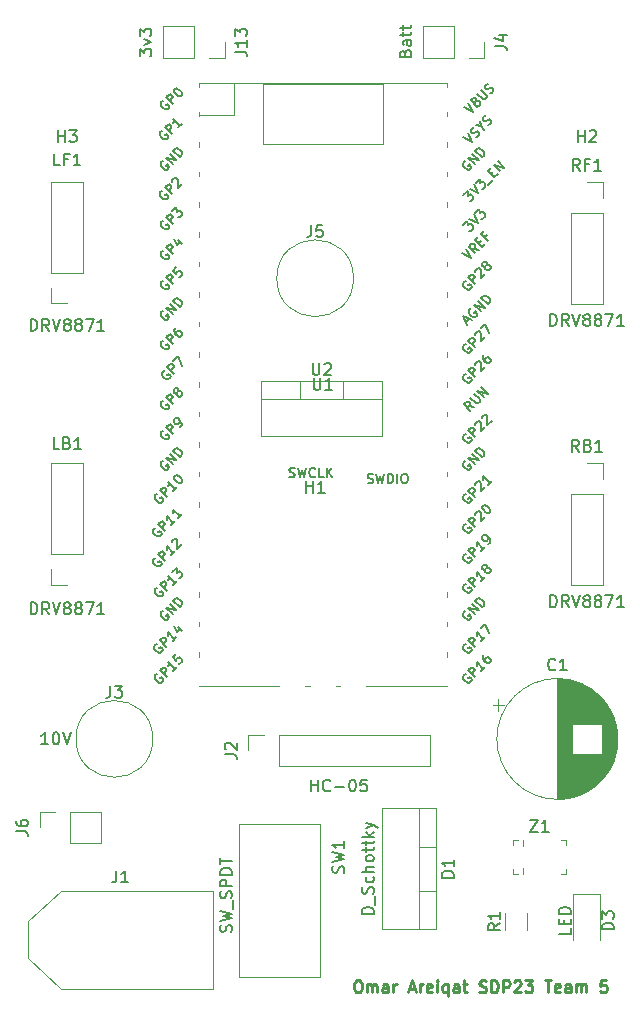
<source format=gbr>
%TF.GenerationSoftware,KiCad,Pcbnew,(6.0.9)*%
%TF.CreationDate,2022-12-10T13:22:31-05:00*%
%TF.ProjectId,Team5_Coaster,5465616d-355f-4436-9f61-737465722e6b,rev?*%
%TF.SameCoordinates,Original*%
%TF.FileFunction,Legend,Top*%
%TF.FilePolarity,Positive*%
%FSLAX46Y46*%
G04 Gerber Fmt 4.6, Leading zero omitted, Abs format (unit mm)*
G04 Created by KiCad (PCBNEW (6.0.9)) date 2022-12-10 13:22:31*
%MOMM*%
%LPD*%
G01*
G04 APERTURE LIST*
%ADD10C,0.250000*%
%ADD11C,0.150000*%
%ADD12C,0.120000*%
%ADD13C,0.100000*%
G04 APERTURE END LIST*
D10*
X127523809Y-133452380D02*
X127714285Y-133452380D01*
X127809523Y-133500000D01*
X127904761Y-133595238D01*
X127952380Y-133785714D01*
X127952380Y-134119047D01*
X127904761Y-134309523D01*
X127809523Y-134404761D01*
X127714285Y-134452380D01*
X127523809Y-134452380D01*
X127428571Y-134404761D01*
X127333333Y-134309523D01*
X127285714Y-134119047D01*
X127285714Y-133785714D01*
X127333333Y-133595238D01*
X127428571Y-133500000D01*
X127523809Y-133452380D01*
X128380952Y-134452380D02*
X128380952Y-133785714D01*
X128380952Y-133880952D02*
X128428571Y-133833333D01*
X128523809Y-133785714D01*
X128666666Y-133785714D01*
X128761904Y-133833333D01*
X128809523Y-133928571D01*
X128809523Y-134452380D01*
X128809523Y-133928571D02*
X128857142Y-133833333D01*
X128952380Y-133785714D01*
X129095238Y-133785714D01*
X129190476Y-133833333D01*
X129238095Y-133928571D01*
X129238095Y-134452380D01*
X130142857Y-134452380D02*
X130142857Y-133928571D01*
X130095238Y-133833333D01*
X130000000Y-133785714D01*
X129809523Y-133785714D01*
X129714285Y-133833333D01*
X130142857Y-134404761D02*
X130047619Y-134452380D01*
X129809523Y-134452380D01*
X129714285Y-134404761D01*
X129666666Y-134309523D01*
X129666666Y-134214285D01*
X129714285Y-134119047D01*
X129809523Y-134071428D01*
X130047619Y-134071428D01*
X130142857Y-134023809D01*
X130619047Y-134452380D02*
X130619047Y-133785714D01*
X130619047Y-133976190D02*
X130666666Y-133880952D01*
X130714285Y-133833333D01*
X130809523Y-133785714D01*
X130904761Y-133785714D01*
X131952380Y-134166666D02*
X132428571Y-134166666D01*
X131857142Y-134452380D02*
X132190476Y-133452380D01*
X132523809Y-134452380D01*
X132857142Y-134452380D02*
X132857142Y-133785714D01*
X132857142Y-133976190D02*
X132904761Y-133880952D01*
X132952380Y-133833333D01*
X133047619Y-133785714D01*
X133142857Y-133785714D01*
X133857142Y-134404761D02*
X133761904Y-134452380D01*
X133571428Y-134452380D01*
X133476190Y-134404761D01*
X133428571Y-134309523D01*
X133428571Y-133928571D01*
X133476190Y-133833333D01*
X133571428Y-133785714D01*
X133761904Y-133785714D01*
X133857142Y-133833333D01*
X133904761Y-133928571D01*
X133904761Y-134023809D01*
X133428571Y-134119047D01*
X134333333Y-134452380D02*
X134333333Y-133785714D01*
X134333333Y-133452380D02*
X134285714Y-133500000D01*
X134333333Y-133547619D01*
X134380952Y-133500000D01*
X134333333Y-133452380D01*
X134333333Y-133547619D01*
X135238095Y-133785714D02*
X135238095Y-134785714D01*
X135238095Y-134404761D02*
X135142857Y-134452380D01*
X134952380Y-134452380D01*
X134857142Y-134404761D01*
X134809523Y-134357142D01*
X134761904Y-134261904D01*
X134761904Y-133976190D01*
X134809523Y-133880952D01*
X134857142Y-133833333D01*
X134952380Y-133785714D01*
X135142857Y-133785714D01*
X135238095Y-133833333D01*
X136142857Y-134452380D02*
X136142857Y-133928571D01*
X136095238Y-133833333D01*
X136000000Y-133785714D01*
X135809523Y-133785714D01*
X135714285Y-133833333D01*
X136142857Y-134404761D02*
X136047619Y-134452380D01*
X135809523Y-134452380D01*
X135714285Y-134404761D01*
X135666666Y-134309523D01*
X135666666Y-134214285D01*
X135714285Y-134119047D01*
X135809523Y-134071428D01*
X136047619Y-134071428D01*
X136142857Y-134023809D01*
X136476190Y-133785714D02*
X136857142Y-133785714D01*
X136619047Y-133452380D02*
X136619047Y-134309523D01*
X136666666Y-134404761D01*
X136761904Y-134452380D01*
X136857142Y-134452380D01*
X137904761Y-134404761D02*
X138047619Y-134452380D01*
X138285714Y-134452380D01*
X138380952Y-134404761D01*
X138428571Y-134357142D01*
X138476190Y-134261904D01*
X138476190Y-134166666D01*
X138428571Y-134071428D01*
X138380952Y-134023809D01*
X138285714Y-133976190D01*
X138095238Y-133928571D01*
X138000000Y-133880952D01*
X137952380Y-133833333D01*
X137904761Y-133738095D01*
X137904761Y-133642857D01*
X137952380Y-133547619D01*
X138000000Y-133500000D01*
X138095238Y-133452380D01*
X138333333Y-133452380D01*
X138476190Y-133500000D01*
X138904761Y-134452380D02*
X138904761Y-133452380D01*
X139142857Y-133452380D01*
X139285714Y-133500000D01*
X139380952Y-133595238D01*
X139428571Y-133690476D01*
X139476190Y-133880952D01*
X139476190Y-134023809D01*
X139428571Y-134214285D01*
X139380952Y-134309523D01*
X139285714Y-134404761D01*
X139142857Y-134452380D01*
X138904761Y-134452380D01*
X139904761Y-134452380D02*
X139904761Y-133452380D01*
X140285714Y-133452380D01*
X140380952Y-133500000D01*
X140428571Y-133547619D01*
X140476190Y-133642857D01*
X140476190Y-133785714D01*
X140428571Y-133880952D01*
X140380952Y-133928571D01*
X140285714Y-133976190D01*
X139904761Y-133976190D01*
X140857142Y-133547619D02*
X140904761Y-133500000D01*
X141000000Y-133452380D01*
X141238095Y-133452380D01*
X141333333Y-133500000D01*
X141380952Y-133547619D01*
X141428571Y-133642857D01*
X141428571Y-133738095D01*
X141380952Y-133880952D01*
X140809523Y-134452380D01*
X141428571Y-134452380D01*
X141761904Y-133452380D02*
X142380952Y-133452380D01*
X142047619Y-133833333D01*
X142190476Y-133833333D01*
X142285714Y-133880952D01*
X142333333Y-133928571D01*
X142380952Y-134023809D01*
X142380952Y-134261904D01*
X142333333Y-134357142D01*
X142285714Y-134404761D01*
X142190476Y-134452380D01*
X141904761Y-134452380D01*
X141809523Y-134404761D01*
X141761904Y-134357142D01*
X143428571Y-133452380D02*
X144000000Y-133452380D01*
X143714285Y-134452380D02*
X143714285Y-133452380D01*
X144714285Y-134404761D02*
X144619047Y-134452380D01*
X144428571Y-134452380D01*
X144333333Y-134404761D01*
X144285714Y-134309523D01*
X144285714Y-133928571D01*
X144333333Y-133833333D01*
X144428571Y-133785714D01*
X144619047Y-133785714D01*
X144714285Y-133833333D01*
X144761904Y-133928571D01*
X144761904Y-134023809D01*
X144285714Y-134119047D01*
X145619047Y-134452380D02*
X145619047Y-133928571D01*
X145571428Y-133833333D01*
X145476190Y-133785714D01*
X145285714Y-133785714D01*
X145190476Y-133833333D01*
X145619047Y-134404761D02*
X145523809Y-134452380D01*
X145285714Y-134452380D01*
X145190476Y-134404761D01*
X145142857Y-134309523D01*
X145142857Y-134214285D01*
X145190476Y-134119047D01*
X145285714Y-134071428D01*
X145523809Y-134071428D01*
X145619047Y-134023809D01*
X146095238Y-134452380D02*
X146095238Y-133785714D01*
X146095238Y-133880952D02*
X146142857Y-133833333D01*
X146238095Y-133785714D01*
X146380952Y-133785714D01*
X146476190Y-133833333D01*
X146523809Y-133928571D01*
X146523809Y-134452380D01*
X146523809Y-133928571D02*
X146571428Y-133833333D01*
X146666666Y-133785714D01*
X146809523Y-133785714D01*
X146904761Y-133833333D01*
X146952380Y-133928571D01*
X146952380Y-134452380D01*
X148666666Y-133452380D02*
X148190476Y-133452380D01*
X148142857Y-133928571D01*
X148190476Y-133880952D01*
X148285714Y-133833333D01*
X148523809Y-133833333D01*
X148619047Y-133880952D01*
X148666666Y-133928571D01*
X148714285Y-134023809D01*
X148714285Y-134261904D01*
X148666666Y-134357142D01*
X148619047Y-134404761D01*
X148523809Y-134452380D01*
X148285714Y-134452380D01*
X148190476Y-134404761D01*
X148142857Y-134357142D01*
D11*
%TO.C,RF1*%
X146404761Y-64882380D02*
X146071428Y-64406190D01*
X145833333Y-64882380D02*
X145833333Y-63882380D01*
X146214285Y-63882380D01*
X146309523Y-63930000D01*
X146357142Y-63977619D01*
X146404761Y-64072857D01*
X146404761Y-64215714D01*
X146357142Y-64310952D01*
X146309523Y-64358571D01*
X146214285Y-64406190D01*
X145833333Y-64406190D01*
X147166666Y-64358571D02*
X146833333Y-64358571D01*
X146833333Y-64882380D02*
X146833333Y-63882380D01*
X147309523Y-63882380D01*
X148214285Y-64882380D02*
X147642857Y-64882380D01*
X147928571Y-64882380D02*
X147928571Y-63882380D01*
X147833333Y-64025238D01*
X147738095Y-64120476D01*
X147642857Y-64168095D01*
X143904761Y-78042380D02*
X143904761Y-77042380D01*
X144142857Y-77042380D01*
X144285714Y-77090000D01*
X144380952Y-77185238D01*
X144428571Y-77280476D01*
X144476190Y-77470952D01*
X144476190Y-77613809D01*
X144428571Y-77804285D01*
X144380952Y-77899523D01*
X144285714Y-77994761D01*
X144142857Y-78042380D01*
X143904761Y-78042380D01*
X145476190Y-78042380D02*
X145142857Y-77566190D01*
X144904761Y-78042380D02*
X144904761Y-77042380D01*
X145285714Y-77042380D01*
X145380952Y-77090000D01*
X145428571Y-77137619D01*
X145476190Y-77232857D01*
X145476190Y-77375714D01*
X145428571Y-77470952D01*
X145380952Y-77518571D01*
X145285714Y-77566190D01*
X144904761Y-77566190D01*
X145761904Y-77042380D02*
X146095238Y-78042380D01*
X146428571Y-77042380D01*
X146904761Y-77470952D02*
X146809523Y-77423333D01*
X146761904Y-77375714D01*
X146714285Y-77280476D01*
X146714285Y-77232857D01*
X146761904Y-77137619D01*
X146809523Y-77090000D01*
X146904761Y-77042380D01*
X147095238Y-77042380D01*
X147190476Y-77090000D01*
X147238095Y-77137619D01*
X147285714Y-77232857D01*
X147285714Y-77280476D01*
X147238095Y-77375714D01*
X147190476Y-77423333D01*
X147095238Y-77470952D01*
X146904761Y-77470952D01*
X146809523Y-77518571D01*
X146761904Y-77566190D01*
X146714285Y-77661428D01*
X146714285Y-77851904D01*
X146761904Y-77947142D01*
X146809523Y-77994761D01*
X146904761Y-78042380D01*
X147095238Y-78042380D01*
X147190476Y-77994761D01*
X147238095Y-77947142D01*
X147285714Y-77851904D01*
X147285714Y-77661428D01*
X147238095Y-77566190D01*
X147190476Y-77518571D01*
X147095238Y-77470952D01*
X147857142Y-77470952D02*
X147761904Y-77423333D01*
X147714285Y-77375714D01*
X147666666Y-77280476D01*
X147666666Y-77232857D01*
X147714285Y-77137619D01*
X147761904Y-77090000D01*
X147857142Y-77042380D01*
X148047619Y-77042380D01*
X148142857Y-77090000D01*
X148190476Y-77137619D01*
X148238095Y-77232857D01*
X148238095Y-77280476D01*
X148190476Y-77375714D01*
X148142857Y-77423333D01*
X148047619Y-77470952D01*
X147857142Y-77470952D01*
X147761904Y-77518571D01*
X147714285Y-77566190D01*
X147666666Y-77661428D01*
X147666666Y-77851904D01*
X147714285Y-77947142D01*
X147761904Y-77994761D01*
X147857142Y-78042380D01*
X148047619Y-78042380D01*
X148142857Y-77994761D01*
X148190476Y-77947142D01*
X148238095Y-77851904D01*
X148238095Y-77661428D01*
X148190476Y-77566190D01*
X148142857Y-77518571D01*
X148047619Y-77470952D01*
X148571428Y-77042380D02*
X149238095Y-77042380D01*
X148809523Y-78042380D01*
X150142857Y-78042380D02*
X149571428Y-78042380D01*
X149857142Y-78042380D02*
X149857142Y-77042380D01*
X149761904Y-77185238D01*
X149666666Y-77280476D01*
X149571428Y-77328095D01*
%TO.C,H1*%
X123238095Y-92152380D02*
X123238095Y-91152380D01*
X123238095Y-91628571D02*
X123809523Y-91628571D01*
X123809523Y-92152380D02*
X123809523Y-91152380D01*
X124809523Y-92152380D02*
X124238095Y-92152380D01*
X124523809Y-92152380D02*
X124523809Y-91152380D01*
X124428571Y-91295238D01*
X124333333Y-91390476D01*
X124238095Y-91438095D01*
%TO.C,SW1*%
X126404761Y-124333333D02*
X126452380Y-124190476D01*
X126452380Y-123952380D01*
X126404761Y-123857142D01*
X126357142Y-123809523D01*
X126261904Y-123761904D01*
X126166666Y-123761904D01*
X126071428Y-123809523D01*
X126023809Y-123857142D01*
X125976190Y-123952380D01*
X125928571Y-124142857D01*
X125880952Y-124238095D01*
X125833333Y-124285714D01*
X125738095Y-124333333D01*
X125642857Y-124333333D01*
X125547619Y-124285714D01*
X125500000Y-124238095D01*
X125452380Y-124142857D01*
X125452380Y-123904761D01*
X125500000Y-123761904D01*
X125452380Y-123428571D02*
X126452380Y-123190476D01*
X125738095Y-123000000D01*
X126452380Y-122809523D01*
X125452380Y-122571428D01*
X126452380Y-121666666D02*
X126452380Y-122238095D01*
X126452380Y-121952380D02*
X125452380Y-121952380D01*
X125595238Y-122047619D01*
X125690476Y-122142857D01*
X125738095Y-122238095D01*
X116904761Y-129345238D02*
X116952380Y-129202380D01*
X116952380Y-128964285D01*
X116904761Y-128869047D01*
X116857142Y-128821428D01*
X116761904Y-128773809D01*
X116666666Y-128773809D01*
X116571428Y-128821428D01*
X116523809Y-128869047D01*
X116476190Y-128964285D01*
X116428571Y-129154761D01*
X116380952Y-129250000D01*
X116333333Y-129297619D01*
X116238095Y-129345238D01*
X116142857Y-129345238D01*
X116047619Y-129297619D01*
X116000000Y-129250000D01*
X115952380Y-129154761D01*
X115952380Y-128916666D01*
X116000000Y-128773809D01*
X115952380Y-128440476D02*
X116952380Y-128202380D01*
X116238095Y-128011904D01*
X116952380Y-127821428D01*
X115952380Y-127583333D01*
X117047619Y-127440476D02*
X117047619Y-126678571D01*
X116904761Y-126488095D02*
X116952380Y-126345238D01*
X116952380Y-126107142D01*
X116904761Y-126011904D01*
X116857142Y-125964285D01*
X116761904Y-125916666D01*
X116666666Y-125916666D01*
X116571428Y-125964285D01*
X116523809Y-126011904D01*
X116476190Y-126107142D01*
X116428571Y-126297619D01*
X116380952Y-126392857D01*
X116333333Y-126440476D01*
X116238095Y-126488095D01*
X116142857Y-126488095D01*
X116047619Y-126440476D01*
X116000000Y-126392857D01*
X115952380Y-126297619D01*
X115952380Y-126059523D01*
X116000000Y-125916666D01*
X116952380Y-125488095D02*
X115952380Y-125488095D01*
X115952380Y-125107142D01*
X116000000Y-125011904D01*
X116047619Y-124964285D01*
X116142857Y-124916666D01*
X116285714Y-124916666D01*
X116380952Y-124964285D01*
X116428571Y-125011904D01*
X116476190Y-125107142D01*
X116476190Y-125488095D01*
X116952380Y-124488095D02*
X115952380Y-124488095D01*
X115952380Y-124250000D01*
X116000000Y-124107142D01*
X116095238Y-124011904D01*
X116190476Y-123964285D01*
X116380952Y-123916666D01*
X116523809Y-123916666D01*
X116714285Y-123964285D01*
X116809523Y-124011904D01*
X116904761Y-124107142D01*
X116952380Y-124250000D01*
X116952380Y-124488095D01*
X115952380Y-123630952D02*
X115952380Y-123059523D01*
X116952380Y-123345238D02*
X115952380Y-123345238D01*
%TO.C,J13*%
X117222380Y-54809523D02*
X117936666Y-54809523D01*
X118079523Y-54857142D01*
X118174761Y-54952380D01*
X118222380Y-55095238D01*
X118222380Y-55190476D01*
X118222380Y-53809523D02*
X118222380Y-54380952D01*
X118222380Y-54095238D02*
X117222380Y-54095238D01*
X117365238Y-54190476D01*
X117460476Y-54285714D01*
X117508095Y-54380952D01*
X117222380Y-53476190D02*
X117222380Y-52857142D01*
X117603333Y-53190476D01*
X117603333Y-53047619D01*
X117650952Y-52952380D01*
X117698571Y-52904761D01*
X117793809Y-52857142D01*
X118031904Y-52857142D01*
X118127142Y-52904761D01*
X118174761Y-52952380D01*
X118222380Y-53047619D01*
X118222380Y-53333333D01*
X118174761Y-53428571D01*
X118127142Y-53476190D01*
X109142380Y-55190476D02*
X109142380Y-54571428D01*
X109523333Y-54904761D01*
X109523333Y-54761904D01*
X109570952Y-54666666D01*
X109618571Y-54619047D01*
X109713809Y-54571428D01*
X109951904Y-54571428D01*
X110047142Y-54619047D01*
X110094761Y-54666666D01*
X110142380Y-54761904D01*
X110142380Y-55047619D01*
X110094761Y-55142857D01*
X110047142Y-55190476D01*
X109475714Y-54238095D02*
X110142380Y-54000000D01*
X109475714Y-53761904D01*
X109142380Y-53476190D02*
X109142380Y-52857142D01*
X109523333Y-53190476D01*
X109523333Y-53047619D01*
X109570952Y-52952380D01*
X109618571Y-52904761D01*
X109713809Y-52857142D01*
X109951904Y-52857142D01*
X110047142Y-52904761D01*
X110094761Y-52952380D01*
X110142380Y-53047619D01*
X110142380Y-53333333D01*
X110094761Y-53428571D01*
X110047142Y-53476190D01*
%TO.C,J4*%
X139222380Y-54333333D02*
X139936666Y-54333333D01*
X140079523Y-54380952D01*
X140174761Y-54476190D01*
X140222380Y-54619047D01*
X140222380Y-54714285D01*
X139555714Y-53428571D02*
X140222380Y-53428571D01*
X139174761Y-53666666D02*
X139889047Y-53904761D01*
X139889047Y-53285714D01*
X131618571Y-54952380D02*
X131666190Y-54809523D01*
X131713809Y-54761904D01*
X131809047Y-54714285D01*
X131951904Y-54714285D01*
X132047142Y-54761904D01*
X132094761Y-54809523D01*
X132142380Y-54904761D01*
X132142380Y-55285714D01*
X131142380Y-55285714D01*
X131142380Y-54952380D01*
X131190000Y-54857142D01*
X131237619Y-54809523D01*
X131332857Y-54761904D01*
X131428095Y-54761904D01*
X131523333Y-54809523D01*
X131570952Y-54857142D01*
X131618571Y-54952380D01*
X131618571Y-55285714D01*
X132142380Y-53857142D02*
X131618571Y-53857142D01*
X131523333Y-53904761D01*
X131475714Y-54000000D01*
X131475714Y-54190476D01*
X131523333Y-54285714D01*
X132094761Y-53857142D02*
X132142380Y-53952380D01*
X132142380Y-54190476D01*
X132094761Y-54285714D01*
X131999523Y-54333333D01*
X131904285Y-54333333D01*
X131809047Y-54285714D01*
X131761428Y-54190476D01*
X131761428Y-53952380D01*
X131713809Y-53857142D01*
X131475714Y-53523809D02*
X131475714Y-53142857D01*
X131142380Y-53380952D02*
X131999523Y-53380952D01*
X132094761Y-53333333D01*
X132142380Y-53238095D01*
X132142380Y-53142857D01*
X131475714Y-52952380D02*
X131475714Y-52571428D01*
X131142380Y-52809523D02*
X131999523Y-52809523D01*
X132094761Y-52761904D01*
X132142380Y-52666666D01*
X132142380Y-52571428D01*
%TO.C,Z1*%
X142190476Y-119852380D02*
X142857142Y-119852380D01*
X142190476Y-120852380D01*
X142857142Y-120852380D01*
X143761904Y-120852380D02*
X143190476Y-120852380D01*
X143476190Y-120852380D02*
X143476190Y-119852380D01*
X143380952Y-119995238D01*
X143285714Y-120090476D01*
X143190476Y-120138095D01*
%TO.C,D3*%
X149272380Y-129138095D02*
X148272380Y-129138095D01*
X148272380Y-128900000D01*
X148320000Y-128757142D01*
X148415238Y-128661904D01*
X148510476Y-128614285D01*
X148700952Y-128566666D01*
X148843809Y-128566666D01*
X149034285Y-128614285D01*
X149129523Y-128661904D01*
X149224761Y-128757142D01*
X149272380Y-128900000D01*
X149272380Y-129138095D01*
X148272380Y-128233333D02*
X148272380Y-127614285D01*
X148653333Y-127947619D01*
X148653333Y-127804761D01*
X148700952Y-127709523D01*
X148748571Y-127661904D01*
X148843809Y-127614285D01*
X149081904Y-127614285D01*
X149177142Y-127661904D01*
X149224761Y-127709523D01*
X149272380Y-127804761D01*
X149272380Y-128090476D01*
X149224761Y-128185714D01*
X149177142Y-128233333D01*
X145632380Y-129042857D02*
X145632380Y-129519047D01*
X144632380Y-129519047D01*
X145108571Y-128709523D02*
X145108571Y-128376190D01*
X145632380Y-128233333D02*
X145632380Y-128709523D01*
X144632380Y-128709523D01*
X144632380Y-128233333D01*
X145632380Y-127804761D02*
X144632380Y-127804761D01*
X144632380Y-127566666D01*
X144680000Y-127423809D01*
X144775238Y-127328571D01*
X144870476Y-127280952D01*
X145060952Y-127233333D01*
X145203809Y-127233333D01*
X145394285Y-127280952D01*
X145489523Y-127328571D01*
X145584761Y-127423809D01*
X145632380Y-127566666D01*
X145632380Y-127804761D01*
%TO.C,D1*%
X135722380Y-124738095D02*
X134722380Y-124738095D01*
X134722380Y-124500000D01*
X134770000Y-124357142D01*
X134865238Y-124261904D01*
X134960476Y-124214285D01*
X135150952Y-124166666D01*
X135293809Y-124166666D01*
X135484285Y-124214285D01*
X135579523Y-124261904D01*
X135674761Y-124357142D01*
X135722380Y-124500000D01*
X135722380Y-124738095D01*
X135722380Y-123214285D02*
X135722380Y-123785714D01*
X135722380Y-123500000D02*
X134722380Y-123500000D01*
X134865238Y-123595238D01*
X134960476Y-123690476D01*
X135008095Y-123785714D01*
X128952380Y-127809523D02*
X127952380Y-127809523D01*
X127952380Y-127571428D01*
X128000000Y-127428571D01*
X128095238Y-127333333D01*
X128190476Y-127285714D01*
X128380952Y-127238095D01*
X128523809Y-127238095D01*
X128714285Y-127285714D01*
X128809523Y-127333333D01*
X128904761Y-127428571D01*
X128952380Y-127571428D01*
X128952380Y-127809523D01*
X129047619Y-127047619D02*
X129047619Y-126285714D01*
X128904761Y-126095238D02*
X128952380Y-125952380D01*
X128952380Y-125714285D01*
X128904761Y-125619047D01*
X128857142Y-125571428D01*
X128761904Y-125523809D01*
X128666666Y-125523809D01*
X128571428Y-125571428D01*
X128523809Y-125619047D01*
X128476190Y-125714285D01*
X128428571Y-125904761D01*
X128380952Y-126000000D01*
X128333333Y-126047619D01*
X128238095Y-126095238D01*
X128142857Y-126095238D01*
X128047619Y-126047619D01*
X128000000Y-126000000D01*
X127952380Y-125904761D01*
X127952380Y-125666666D01*
X128000000Y-125523809D01*
X128904761Y-124666666D02*
X128952380Y-124761904D01*
X128952380Y-124952380D01*
X128904761Y-125047619D01*
X128857142Y-125095238D01*
X128761904Y-125142857D01*
X128476190Y-125142857D01*
X128380952Y-125095238D01*
X128333333Y-125047619D01*
X128285714Y-124952380D01*
X128285714Y-124761904D01*
X128333333Y-124666666D01*
X128952380Y-124238095D02*
X127952380Y-124238095D01*
X128952380Y-123809523D02*
X128428571Y-123809523D01*
X128333333Y-123857142D01*
X128285714Y-123952380D01*
X128285714Y-124095238D01*
X128333333Y-124190476D01*
X128380952Y-124238095D01*
X128952380Y-123190476D02*
X128904761Y-123285714D01*
X128857142Y-123333333D01*
X128761904Y-123380952D01*
X128476190Y-123380952D01*
X128380952Y-123333333D01*
X128333333Y-123285714D01*
X128285714Y-123190476D01*
X128285714Y-123047619D01*
X128333333Y-122952380D01*
X128380952Y-122904761D01*
X128476190Y-122857142D01*
X128761904Y-122857142D01*
X128857142Y-122904761D01*
X128904761Y-122952380D01*
X128952380Y-123047619D01*
X128952380Y-123190476D01*
X128285714Y-122571428D02*
X128285714Y-122190476D01*
X127952380Y-122428571D02*
X128809523Y-122428571D01*
X128904761Y-122380952D01*
X128952380Y-122285714D01*
X128952380Y-122190476D01*
X128285714Y-122000000D02*
X128285714Y-121619047D01*
X127952380Y-121857142D02*
X128809523Y-121857142D01*
X128904761Y-121809523D01*
X128952380Y-121714285D01*
X128952380Y-121619047D01*
X128952380Y-121285714D02*
X127952380Y-121285714D01*
X128571428Y-121190476D02*
X128952380Y-120904761D01*
X128285714Y-120904761D02*
X128666666Y-121285714D01*
X128285714Y-120571428D02*
X128952380Y-120333333D01*
X128285714Y-120095238D02*
X128952380Y-120333333D01*
X129190476Y-120428571D01*
X129238095Y-120476190D01*
X129285714Y-120571428D01*
%TO.C,H2*%
X146238095Y-62452380D02*
X146238095Y-61452380D01*
X146238095Y-61928571D02*
X146809523Y-61928571D01*
X146809523Y-62452380D02*
X146809523Y-61452380D01*
X147238095Y-61547619D02*
X147285714Y-61500000D01*
X147380952Y-61452380D01*
X147619047Y-61452380D01*
X147714285Y-61500000D01*
X147761904Y-61547619D01*
X147809523Y-61642857D01*
X147809523Y-61738095D01*
X147761904Y-61880952D01*
X147190476Y-62452380D01*
X147809523Y-62452380D01*
%TO.C,C1*%
X144333333Y-107107142D02*
X144285714Y-107154761D01*
X144142857Y-107202380D01*
X144047619Y-107202380D01*
X143904761Y-107154761D01*
X143809523Y-107059523D01*
X143761904Y-106964285D01*
X143714285Y-106773809D01*
X143714285Y-106630952D01*
X143761904Y-106440476D01*
X143809523Y-106345238D01*
X143904761Y-106250000D01*
X144047619Y-106202380D01*
X144142857Y-106202380D01*
X144285714Y-106250000D01*
X144333333Y-106297619D01*
X145285714Y-107202380D02*
X144714285Y-107202380D01*
X145000000Y-107202380D02*
X145000000Y-106202380D01*
X144904761Y-106345238D01*
X144809523Y-106440476D01*
X144714285Y-106488095D01*
%TO.C,J5*%
X123666666Y-69504380D02*
X123666666Y-70218666D01*
X123619047Y-70361523D01*
X123523809Y-70456761D01*
X123380952Y-70504380D01*
X123285714Y-70504380D01*
X124619047Y-69504380D02*
X124142857Y-69504380D01*
X124095238Y-69980571D01*
X124142857Y-69932952D01*
X124238095Y-69885333D01*
X124476190Y-69885333D01*
X124571428Y-69932952D01*
X124619047Y-69980571D01*
X124666666Y-70075809D01*
X124666666Y-70313904D01*
X124619047Y-70409142D01*
X124571428Y-70456761D01*
X124476190Y-70504380D01*
X124238095Y-70504380D01*
X124142857Y-70456761D01*
X124095238Y-70409142D01*
%TO.C,U2*%
X123778095Y-81182380D02*
X123778095Y-81991904D01*
X123825714Y-82087142D01*
X123873333Y-82134761D01*
X123968571Y-82182380D01*
X124159047Y-82182380D01*
X124254285Y-82134761D01*
X124301904Y-82087142D01*
X124349523Y-81991904D01*
X124349523Y-81182380D01*
X124778095Y-81277619D02*
X124825714Y-81230000D01*
X124920952Y-81182380D01*
X125159047Y-81182380D01*
X125254285Y-81230000D01*
X125301904Y-81277619D01*
X125349523Y-81372857D01*
X125349523Y-81468095D01*
X125301904Y-81610952D01*
X124730476Y-82182380D01*
X125349523Y-82182380D01*
%TO.C,J2*%
X116357380Y-114308333D02*
X117071666Y-114308333D01*
X117214523Y-114355952D01*
X117309761Y-114451190D01*
X117357380Y-114594047D01*
X117357380Y-114689285D01*
X116452619Y-113879761D02*
X116405000Y-113832142D01*
X116357380Y-113736904D01*
X116357380Y-113498809D01*
X116405000Y-113403571D01*
X116452619Y-113355952D01*
X116547857Y-113308333D01*
X116643095Y-113308333D01*
X116785952Y-113355952D01*
X117357380Y-113927380D01*
X117357380Y-113308333D01*
X123642857Y-117452380D02*
X123642857Y-116452380D01*
X123642857Y-116928571D02*
X124214285Y-116928571D01*
X124214285Y-117452380D02*
X124214285Y-116452380D01*
X125261904Y-117357142D02*
X125214285Y-117404761D01*
X125071428Y-117452380D01*
X124976190Y-117452380D01*
X124833333Y-117404761D01*
X124738095Y-117309523D01*
X124690476Y-117214285D01*
X124642857Y-117023809D01*
X124642857Y-116880952D01*
X124690476Y-116690476D01*
X124738095Y-116595238D01*
X124833333Y-116500000D01*
X124976190Y-116452380D01*
X125071428Y-116452380D01*
X125214285Y-116500000D01*
X125261904Y-116547619D01*
X125690476Y-117071428D02*
X126452380Y-117071428D01*
X127119047Y-116452380D02*
X127214285Y-116452380D01*
X127309523Y-116500000D01*
X127357142Y-116547619D01*
X127404761Y-116642857D01*
X127452380Y-116833333D01*
X127452380Y-117071428D01*
X127404761Y-117261904D01*
X127357142Y-117357142D01*
X127309523Y-117404761D01*
X127214285Y-117452380D01*
X127119047Y-117452380D01*
X127023809Y-117404761D01*
X126976190Y-117357142D01*
X126928571Y-117261904D01*
X126880952Y-117071428D01*
X126880952Y-116833333D01*
X126928571Y-116642857D01*
X126976190Y-116547619D01*
X127023809Y-116500000D01*
X127119047Y-116452380D01*
X128357142Y-116452380D02*
X127880952Y-116452380D01*
X127833333Y-116928571D01*
X127880952Y-116880952D01*
X127976190Y-116833333D01*
X128214285Y-116833333D01*
X128309523Y-116880952D01*
X128357142Y-116928571D01*
X128404761Y-117023809D01*
X128404761Y-117261904D01*
X128357142Y-117357142D01*
X128309523Y-117404761D01*
X128214285Y-117452380D01*
X127976190Y-117452380D01*
X127880952Y-117404761D01*
X127833333Y-117357142D01*
%TO.C,J1*%
X107166666Y-124152380D02*
X107166666Y-124866666D01*
X107119047Y-125009523D01*
X107023809Y-125104761D01*
X106880952Y-125152380D01*
X106785714Y-125152380D01*
X108166666Y-125152380D02*
X107595238Y-125152380D01*
X107880952Y-125152380D02*
X107880952Y-124152380D01*
X107785714Y-124295238D01*
X107690476Y-124390476D01*
X107595238Y-124438095D01*
%TO.C,H3*%
X102238095Y-62452380D02*
X102238095Y-61452380D01*
X102238095Y-61928571D02*
X102809523Y-61928571D01*
X102809523Y-62452380D02*
X102809523Y-61452380D01*
X103190476Y-61452380D02*
X103809523Y-61452380D01*
X103476190Y-61833333D01*
X103619047Y-61833333D01*
X103714285Y-61880952D01*
X103761904Y-61928571D01*
X103809523Y-62023809D01*
X103809523Y-62261904D01*
X103761904Y-62357142D01*
X103714285Y-62404761D01*
X103619047Y-62452380D01*
X103333333Y-62452380D01*
X103238095Y-62404761D01*
X103190476Y-62357142D01*
%TO.C,J6*%
X98682380Y-120833333D02*
X99396666Y-120833333D01*
X99539523Y-120880952D01*
X99634761Y-120976190D01*
X99682380Y-121119047D01*
X99682380Y-121214285D01*
X98682380Y-119928571D02*
X98682380Y-120119047D01*
X98730000Y-120214285D01*
X98777619Y-120261904D01*
X98920476Y-120357142D01*
X99110952Y-120404761D01*
X99491904Y-120404761D01*
X99587142Y-120357142D01*
X99634761Y-120309523D01*
X99682380Y-120214285D01*
X99682380Y-120023809D01*
X99634761Y-119928571D01*
X99587142Y-119880952D01*
X99491904Y-119833333D01*
X99253809Y-119833333D01*
X99158571Y-119880952D01*
X99110952Y-119928571D01*
X99063333Y-120023809D01*
X99063333Y-120214285D01*
X99110952Y-120309523D01*
X99158571Y-120357142D01*
X99253809Y-120404761D01*
%TO.C,R1*%
X139632380Y-128629166D02*
X139156190Y-128962500D01*
X139632380Y-129200595D02*
X138632380Y-129200595D01*
X138632380Y-128819642D01*
X138680000Y-128724404D01*
X138727619Y-128676785D01*
X138822857Y-128629166D01*
X138965714Y-128629166D01*
X139060952Y-128676785D01*
X139108571Y-128724404D01*
X139156190Y-128819642D01*
X139156190Y-129200595D01*
X139632380Y-127676785D02*
X139632380Y-128248214D01*
X139632380Y-127962500D02*
X138632380Y-127962500D01*
X138775238Y-128057738D01*
X138870476Y-128152976D01*
X138918095Y-128248214D01*
%TO.C,LB1*%
X102333333Y-88452380D02*
X101857142Y-88452380D01*
X101857142Y-87452380D01*
X103000000Y-87928571D02*
X103142857Y-87976190D01*
X103190476Y-88023809D01*
X103238095Y-88119047D01*
X103238095Y-88261904D01*
X103190476Y-88357142D01*
X103142857Y-88404761D01*
X103047619Y-88452380D01*
X102666666Y-88452380D01*
X102666666Y-87452380D01*
X103000000Y-87452380D01*
X103095238Y-87500000D01*
X103142857Y-87547619D01*
X103190476Y-87642857D01*
X103190476Y-87738095D01*
X103142857Y-87833333D01*
X103095238Y-87880952D01*
X103000000Y-87928571D01*
X102666666Y-87928571D01*
X104190476Y-88452380D02*
X103619047Y-88452380D01*
X103904761Y-88452380D02*
X103904761Y-87452380D01*
X103809523Y-87595238D01*
X103714285Y-87690476D01*
X103619047Y-87738095D01*
X99904761Y-102452380D02*
X99904761Y-101452380D01*
X100142857Y-101452380D01*
X100285714Y-101500000D01*
X100380952Y-101595238D01*
X100428571Y-101690476D01*
X100476190Y-101880952D01*
X100476190Y-102023809D01*
X100428571Y-102214285D01*
X100380952Y-102309523D01*
X100285714Y-102404761D01*
X100142857Y-102452380D01*
X99904761Y-102452380D01*
X101476190Y-102452380D02*
X101142857Y-101976190D01*
X100904761Y-102452380D02*
X100904761Y-101452380D01*
X101285714Y-101452380D01*
X101380952Y-101500000D01*
X101428571Y-101547619D01*
X101476190Y-101642857D01*
X101476190Y-101785714D01*
X101428571Y-101880952D01*
X101380952Y-101928571D01*
X101285714Y-101976190D01*
X100904761Y-101976190D01*
X101761904Y-101452380D02*
X102095238Y-102452380D01*
X102428571Y-101452380D01*
X102904761Y-101880952D02*
X102809523Y-101833333D01*
X102761904Y-101785714D01*
X102714285Y-101690476D01*
X102714285Y-101642857D01*
X102761904Y-101547619D01*
X102809523Y-101500000D01*
X102904761Y-101452380D01*
X103095238Y-101452380D01*
X103190476Y-101500000D01*
X103238095Y-101547619D01*
X103285714Y-101642857D01*
X103285714Y-101690476D01*
X103238095Y-101785714D01*
X103190476Y-101833333D01*
X103095238Y-101880952D01*
X102904761Y-101880952D01*
X102809523Y-101928571D01*
X102761904Y-101976190D01*
X102714285Y-102071428D01*
X102714285Y-102261904D01*
X102761904Y-102357142D01*
X102809523Y-102404761D01*
X102904761Y-102452380D01*
X103095238Y-102452380D01*
X103190476Y-102404761D01*
X103238095Y-102357142D01*
X103285714Y-102261904D01*
X103285714Y-102071428D01*
X103238095Y-101976190D01*
X103190476Y-101928571D01*
X103095238Y-101880952D01*
X103857142Y-101880952D02*
X103761904Y-101833333D01*
X103714285Y-101785714D01*
X103666666Y-101690476D01*
X103666666Y-101642857D01*
X103714285Y-101547619D01*
X103761904Y-101500000D01*
X103857142Y-101452380D01*
X104047619Y-101452380D01*
X104142857Y-101500000D01*
X104190476Y-101547619D01*
X104238095Y-101642857D01*
X104238095Y-101690476D01*
X104190476Y-101785714D01*
X104142857Y-101833333D01*
X104047619Y-101880952D01*
X103857142Y-101880952D01*
X103761904Y-101928571D01*
X103714285Y-101976190D01*
X103666666Y-102071428D01*
X103666666Y-102261904D01*
X103714285Y-102357142D01*
X103761904Y-102404761D01*
X103857142Y-102452380D01*
X104047619Y-102452380D01*
X104142857Y-102404761D01*
X104190476Y-102357142D01*
X104238095Y-102261904D01*
X104238095Y-102071428D01*
X104190476Y-101976190D01*
X104142857Y-101928571D01*
X104047619Y-101880952D01*
X104571428Y-101452380D02*
X105238095Y-101452380D01*
X104809523Y-102452380D01*
X106142857Y-102452380D02*
X105571428Y-102452380D01*
X105857142Y-102452380D02*
X105857142Y-101452380D01*
X105761904Y-101595238D01*
X105666666Y-101690476D01*
X105571428Y-101738095D01*
%TO.C,LF1*%
X102404761Y-64452380D02*
X101928571Y-64452380D01*
X101928571Y-63452380D01*
X103071428Y-63928571D02*
X102738095Y-63928571D01*
X102738095Y-64452380D02*
X102738095Y-63452380D01*
X103214285Y-63452380D01*
X104119047Y-64452380D02*
X103547619Y-64452380D01*
X103833333Y-64452380D02*
X103833333Y-63452380D01*
X103738095Y-63595238D01*
X103642857Y-63690476D01*
X103547619Y-63738095D01*
X99904761Y-78452380D02*
X99904761Y-77452380D01*
X100142857Y-77452380D01*
X100285714Y-77500000D01*
X100380952Y-77595238D01*
X100428571Y-77690476D01*
X100476190Y-77880952D01*
X100476190Y-78023809D01*
X100428571Y-78214285D01*
X100380952Y-78309523D01*
X100285714Y-78404761D01*
X100142857Y-78452380D01*
X99904761Y-78452380D01*
X101476190Y-78452380D02*
X101142857Y-77976190D01*
X100904761Y-78452380D02*
X100904761Y-77452380D01*
X101285714Y-77452380D01*
X101380952Y-77500000D01*
X101428571Y-77547619D01*
X101476190Y-77642857D01*
X101476190Y-77785714D01*
X101428571Y-77880952D01*
X101380952Y-77928571D01*
X101285714Y-77976190D01*
X100904761Y-77976190D01*
X101761904Y-77452380D02*
X102095238Y-78452380D01*
X102428571Y-77452380D01*
X102904761Y-77880952D02*
X102809523Y-77833333D01*
X102761904Y-77785714D01*
X102714285Y-77690476D01*
X102714285Y-77642857D01*
X102761904Y-77547619D01*
X102809523Y-77500000D01*
X102904761Y-77452380D01*
X103095238Y-77452380D01*
X103190476Y-77500000D01*
X103238095Y-77547619D01*
X103285714Y-77642857D01*
X103285714Y-77690476D01*
X103238095Y-77785714D01*
X103190476Y-77833333D01*
X103095238Y-77880952D01*
X102904761Y-77880952D01*
X102809523Y-77928571D01*
X102761904Y-77976190D01*
X102714285Y-78071428D01*
X102714285Y-78261904D01*
X102761904Y-78357142D01*
X102809523Y-78404761D01*
X102904761Y-78452380D01*
X103095238Y-78452380D01*
X103190476Y-78404761D01*
X103238095Y-78357142D01*
X103285714Y-78261904D01*
X103285714Y-78071428D01*
X103238095Y-77976190D01*
X103190476Y-77928571D01*
X103095238Y-77880952D01*
X103857142Y-77880952D02*
X103761904Y-77833333D01*
X103714285Y-77785714D01*
X103666666Y-77690476D01*
X103666666Y-77642857D01*
X103714285Y-77547619D01*
X103761904Y-77500000D01*
X103857142Y-77452380D01*
X104047619Y-77452380D01*
X104142857Y-77500000D01*
X104190476Y-77547619D01*
X104238095Y-77642857D01*
X104238095Y-77690476D01*
X104190476Y-77785714D01*
X104142857Y-77833333D01*
X104047619Y-77880952D01*
X103857142Y-77880952D01*
X103761904Y-77928571D01*
X103714285Y-77976190D01*
X103666666Y-78071428D01*
X103666666Y-78261904D01*
X103714285Y-78357142D01*
X103761904Y-78404761D01*
X103857142Y-78452380D01*
X104047619Y-78452380D01*
X104142857Y-78404761D01*
X104190476Y-78357142D01*
X104238095Y-78261904D01*
X104238095Y-78071428D01*
X104190476Y-77976190D01*
X104142857Y-77928571D01*
X104047619Y-77880952D01*
X104571428Y-77452380D02*
X105238095Y-77452380D01*
X104809523Y-78452380D01*
X106142857Y-78452380D02*
X105571428Y-78452380D01*
X105857142Y-78452380D02*
X105857142Y-77452380D01*
X105761904Y-77595238D01*
X105666666Y-77690476D01*
X105571428Y-77738095D01*
%TO.C,J3*%
X106666666Y-108504380D02*
X106666666Y-109218666D01*
X106619047Y-109361523D01*
X106523809Y-109456761D01*
X106380952Y-109504380D01*
X106285714Y-109504380D01*
X107047619Y-108504380D02*
X107666666Y-108504380D01*
X107333333Y-108885333D01*
X107476190Y-108885333D01*
X107571428Y-108932952D01*
X107619047Y-108980571D01*
X107666666Y-109075809D01*
X107666666Y-109313904D01*
X107619047Y-109409142D01*
X107571428Y-109456761D01*
X107476190Y-109504380D01*
X107190476Y-109504380D01*
X107095238Y-109456761D01*
X107047619Y-109409142D01*
X101380952Y-113452380D02*
X100809523Y-113452380D01*
X101095238Y-113452380D02*
X101095238Y-112452380D01*
X101000000Y-112595238D01*
X100904761Y-112690476D01*
X100809523Y-112738095D01*
X102000000Y-112452380D02*
X102095238Y-112452380D01*
X102190476Y-112500000D01*
X102238095Y-112547619D01*
X102285714Y-112642857D01*
X102333333Y-112833333D01*
X102333333Y-113071428D01*
X102285714Y-113261904D01*
X102238095Y-113357142D01*
X102190476Y-113404761D01*
X102095238Y-113452380D01*
X102000000Y-113452380D01*
X101904761Y-113404761D01*
X101857142Y-113357142D01*
X101809523Y-113261904D01*
X101761904Y-113071428D01*
X101761904Y-112833333D01*
X101809523Y-112642857D01*
X101857142Y-112547619D01*
X101904761Y-112500000D01*
X102000000Y-112452380D01*
X102619047Y-112452380D02*
X102952380Y-113452380D01*
X103285714Y-112452380D01*
%TO.C,RB1*%
X146333333Y-88682380D02*
X146000000Y-88206190D01*
X145761904Y-88682380D02*
X145761904Y-87682380D01*
X146142857Y-87682380D01*
X146238095Y-87730000D01*
X146285714Y-87777619D01*
X146333333Y-87872857D01*
X146333333Y-88015714D01*
X146285714Y-88110952D01*
X146238095Y-88158571D01*
X146142857Y-88206190D01*
X145761904Y-88206190D01*
X147095238Y-88158571D02*
X147238095Y-88206190D01*
X147285714Y-88253809D01*
X147333333Y-88349047D01*
X147333333Y-88491904D01*
X147285714Y-88587142D01*
X147238095Y-88634761D01*
X147142857Y-88682380D01*
X146761904Y-88682380D01*
X146761904Y-87682380D01*
X147095238Y-87682380D01*
X147190476Y-87730000D01*
X147238095Y-87777619D01*
X147285714Y-87872857D01*
X147285714Y-87968095D01*
X147238095Y-88063333D01*
X147190476Y-88110952D01*
X147095238Y-88158571D01*
X146761904Y-88158571D01*
X148285714Y-88682380D02*
X147714285Y-88682380D01*
X148000000Y-88682380D02*
X148000000Y-87682380D01*
X147904761Y-87825238D01*
X147809523Y-87920476D01*
X147714285Y-87968095D01*
X143904761Y-101842380D02*
X143904761Y-100842380D01*
X144142857Y-100842380D01*
X144285714Y-100890000D01*
X144380952Y-100985238D01*
X144428571Y-101080476D01*
X144476190Y-101270952D01*
X144476190Y-101413809D01*
X144428571Y-101604285D01*
X144380952Y-101699523D01*
X144285714Y-101794761D01*
X144142857Y-101842380D01*
X143904761Y-101842380D01*
X145476190Y-101842380D02*
X145142857Y-101366190D01*
X144904761Y-101842380D02*
X144904761Y-100842380D01*
X145285714Y-100842380D01*
X145380952Y-100890000D01*
X145428571Y-100937619D01*
X145476190Y-101032857D01*
X145476190Y-101175714D01*
X145428571Y-101270952D01*
X145380952Y-101318571D01*
X145285714Y-101366190D01*
X144904761Y-101366190D01*
X145761904Y-100842380D02*
X146095238Y-101842380D01*
X146428571Y-100842380D01*
X146904761Y-101270952D02*
X146809523Y-101223333D01*
X146761904Y-101175714D01*
X146714285Y-101080476D01*
X146714285Y-101032857D01*
X146761904Y-100937619D01*
X146809523Y-100890000D01*
X146904761Y-100842380D01*
X147095238Y-100842380D01*
X147190476Y-100890000D01*
X147238095Y-100937619D01*
X147285714Y-101032857D01*
X147285714Y-101080476D01*
X147238095Y-101175714D01*
X147190476Y-101223333D01*
X147095238Y-101270952D01*
X146904761Y-101270952D01*
X146809523Y-101318571D01*
X146761904Y-101366190D01*
X146714285Y-101461428D01*
X146714285Y-101651904D01*
X146761904Y-101747142D01*
X146809523Y-101794761D01*
X146904761Y-101842380D01*
X147095238Y-101842380D01*
X147190476Y-101794761D01*
X147238095Y-101747142D01*
X147285714Y-101651904D01*
X147285714Y-101461428D01*
X147238095Y-101366190D01*
X147190476Y-101318571D01*
X147095238Y-101270952D01*
X147857142Y-101270952D02*
X147761904Y-101223333D01*
X147714285Y-101175714D01*
X147666666Y-101080476D01*
X147666666Y-101032857D01*
X147714285Y-100937619D01*
X147761904Y-100890000D01*
X147857142Y-100842380D01*
X148047619Y-100842380D01*
X148142857Y-100890000D01*
X148190476Y-100937619D01*
X148238095Y-101032857D01*
X148238095Y-101080476D01*
X148190476Y-101175714D01*
X148142857Y-101223333D01*
X148047619Y-101270952D01*
X147857142Y-101270952D01*
X147761904Y-101318571D01*
X147714285Y-101366190D01*
X147666666Y-101461428D01*
X147666666Y-101651904D01*
X147714285Y-101747142D01*
X147761904Y-101794761D01*
X147857142Y-101842380D01*
X148047619Y-101842380D01*
X148142857Y-101794761D01*
X148190476Y-101747142D01*
X148238095Y-101651904D01*
X148238095Y-101461428D01*
X148190476Y-101366190D01*
X148142857Y-101318571D01*
X148047619Y-101270952D01*
X148571428Y-100842380D02*
X149238095Y-100842380D01*
X148809523Y-101842380D01*
X150142857Y-101842380D02*
X149571428Y-101842380D01*
X149857142Y-101842380D02*
X149857142Y-100842380D01*
X149761904Y-100985238D01*
X149666666Y-101080476D01*
X149571428Y-101128095D01*
%TO.C,U1*%
X123873095Y-82437380D02*
X123873095Y-83246904D01*
X123920714Y-83342142D01*
X123968333Y-83389761D01*
X124063571Y-83437380D01*
X124254047Y-83437380D01*
X124349285Y-83389761D01*
X124396904Y-83342142D01*
X124444523Y-83246904D01*
X124444523Y-82437380D01*
X125444523Y-83437380D02*
X124873095Y-83437380D01*
X125158809Y-83437380D02*
X125158809Y-82437380D01*
X125063571Y-82580238D01*
X124968333Y-82675476D01*
X124873095Y-82723095D01*
X111121158Y-76783155D02*
X111040346Y-76810093D01*
X110959534Y-76890905D01*
X110905659Y-76998654D01*
X110905659Y-77106404D01*
X110932597Y-77187216D01*
X111013409Y-77321903D01*
X111094221Y-77402715D01*
X111228908Y-77483528D01*
X111309720Y-77510465D01*
X111417470Y-77510465D01*
X111525219Y-77456590D01*
X111579094Y-77402715D01*
X111632969Y-77294966D01*
X111632969Y-77241091D01*
X111444407Y-77052529D01*
X111336658Y-77160279D01*
X111929280Y-77052529D02*
X111363595Y-76486844D01*
X112252529Y-76729280D01*
X111686844Y-76163595D01*
X112521903Y-76459906D02*
X111956218Y-75894221D01*
X112090905Y-75759534D01*
X112198654Y-75705659D01*
X112306404Y-75705659D01*
X112387216Y-75732597D01*
X112521903Y-75813409D01*
X112602715Y-75894221D01*
X112683528Y-76028908D01*
X112710465Y-76109720D01*
X112710465Y-76217470D01*
X112656590Y-76325219D01*
X112521903Y-76459906D01*
X136588129Y-59512309D02*
X137342377Y-59889433D01*
X136965253Y-59135186D01*
X137611751Y-59027436D02*
X137719500Y-58973561D01*
X137773375Y-58973561D01*
X137854187Y-59000499D01*
X137935000Y-59081311D01*
X137961937Y-59162123D01*
X137961937Y-59215998D01*
X137935000Y-59296810D01*
X137719500Y-59512309D01*
X137153815Y-58946624D01*
X137342377Y-58758062D01*
X137423189Y-58731125D01*
X137477064Y-58731125D01*
X137557876Y-58758062D01*
X137611751Y-58811937D01*
X137638688Y-58892749D01*
X137638688Y-58946624D01*
X137611751Y-59027436D01*
X137423189Y-59215998D01*
X137719500Y-58380938D02*
X138177436Y-58838874D01*
X138258248Y-58865812D01*
X138312123Y-58865812D01*
X138392935Y-58838874D01*
X138500685Y-58731125D01*
X138527622Y-58650312D01*
X138527622Y-58596438D01*
X138500685Y-58515625D01*
X138042749Y-58057690D01*
X138823934Y-58354001D02*
X138931683Y-58300126D01*
X139066370Y-58165439D01*
X139093308Y-58084627D01*
X139093308Y-58030752D01*
X139066370Y-57949940D01*
X139012496Y-57896065D01*
X138931683Y-57869128D01*
X138877809Y-57869128D01*
X138796996Y-57896065D01*
X138662309Y-57976877D01*
X138581497Y-58003815D01*
X138527622Y-58003815D01*
X138446810Y-57976877D01*
X138392935Y-57923003D01*
X138365998Y-57842190D01*
X138365998Y-57788316D01*
X138392935Y-57707503D01*
X138527622Y-57572816D01*
X138635372Y-57518942D01*
X110624722Y-107505592D02*
X110543910Y-107532529D01*
X110463097Y-107613341D01*
X110409223Y-107721091D01*
X110409223Y-107828841D01*
X110436160Y-107909653D01*
X110516972Y-108044340D01*
X110597784Y-108125152D01*
X110732471Y-108205964D01*
X110813284Y-108232902D01*
X110921033Y-108232902D01*
X111028783Y-108179027D01*
X111082658Y-108125152D01*
X111136532Y-108017402D01*
X111136532Y-107963528D01*
X110947971Y-107774966D01*
X110840221Y-107882715D01*
X111432844Y-107774966D02*
X110867158Y-107209280D01*
X111082658Y-106993781D01*
X111163470Y-106966844D01*
X111217345Y-106966844D01*
X111298157Y-106993781D01*
X111378969Y-107074593D01*
X111405906Y-107155406D01*
X111405906Y-107209280D01*
X111378969Y-107290093D01*
X111163470Y-107505592D01*
X112294841Y-106912969D02*
X111971592Y-107236218D01*
X112133216Y-107074593D02*
X111567531Y-106508908D01*
X111594468Y-106643595D01*
X111594468Y-106751345D01*
X111567531Y-106832157D01*
X112240966Y-105835473D02*
X111971592Y-106104847D01*
X112214028Y-106401158D01*
X112214028Y-106347284D01*
X112240966Y-106266471D01*
X112375653Y-106131784D01*
X112456465Y-106104847D01*
X112510340Y-106104847D01*
X112591152Y-106131784D01*
X112725839Y-106266471D01*
X112752776Y-106347284D01*
X112752776Y-106401158D01*
X112725839Y-106481971D01*
X112591152Y-106616658D01*
X112510340Y-106643595D01*
X112456465Y-106643595D01*
X136721158Y-89483155D02*
X136640346Y-89510093D01*
X136559534Y-89590905D01*
X136505659Y-89698654D01*
X136505659Y-89806404D01*
X136532597Y-89887216D01*
X136613409Y-90021903D01*
X136694221Y-90102715D01*
X136828908Y-90183528D01*
X136909720Y-90210465D01*
X137017470Y-90210465D01*
X137125219Y-90156590D01*
X137179094Y-90102715D01*
X137232969Y-89994966D01*
X137232969Y-89941091D01*
X137044407Y-89752529D01*
X136936658Y-89860279D01*
X137529280Y-89752529D02*
X136963595Y-89186844D01*
X137852529Y-89429280D01*
X137286844Y-88863595D01*
X138121903Y-89159906D02*
X137556218Y-88594221D01*
X137690905Y-88459534D01*
X137798654Y-88405659D01*
X137906404Y-88405659D01*
X137987216Y-88432597D01*
X138121903Y-88513409D01*
X138202715Y-88594221D01*
X138283528Y-88728908D01*
X138310465Y-88809720D01*
X138310465Y-88917470D01*
X138256590Y-89025219D01*
X138121903Y-89159906D01*
X111148096Y-69136218D02*
X111067284Y-69163155D01*
X110986471Y-69243967D01*
X110932597Y-69351717D01*
X110932597Y-69459467D01*
X110959534Y-69540279D01*
X111040346Y-69674966D01*
X111121158Y-69755778D01*
X111255845Y-69836590D01*
X111336658Y-69863528D01*
X111444407Y-69863528D01*
X111552157Y-69809653D01*
X111606032Y-69755778D01*
X111659906Y-69648028D01*
X111659906Y-69594154D01*
X111471345Y-69405592D01*
X111363595Y-69513341D01*
X111956218Y-69405592D02*
X111390532Y-68839906D01*
X111606032Y-68624407D01*
X111686844Y-68597470D01*
X111740719Y-68597470D01*
X111821531Y-68624407D01*
X111902343Y-68705219D01*
X111929280Y-68786032D01*
X111929280Y-68839906D01*
X111902343Y-68920719D01*
X111686844Y-69136218D01*
X111902343Y-68328096D02*
X112252529Y-67977910D01*
X112279467Y-68381971D01*
X112360279Y-68301158D01*
X112441091Y-68274221D01*
X112494966Y-68274221D01*
X112575778Y-68301158D01*
X112710465Y-68435845D01*
X112737402Y-68516658D01*
X112737402Y-68570532D01*
X112710465Y-68651345D01*
X112548841Y-68812969D01*
X112468028Y-68839906D01*
X112414154Y-68839906D01*
X110578722Y-104965592D02*
X110497910Y-104992529D01*
X110417097Y-105073341D01*
X110363223Y-105181091D01*
X110363223Y-105288841D01*
X110390160Y-105369653D01*
X110470972Y-105504340D01*
X110551784Y-105585152D01*
X110686471Y-105665964D01*
X110767284Y-105692902D01*
X110875033Y-105692902D01*
X110982783Y-105639027D01*
X111036658Y-105585152D01*
X111090532Y-105477402D01*
X111090532Y-105423528D01*
X110901971Y-105234966D01*
X110794221Y-105342715D01*
X111386844Y-105234966D02*
X110821158Y-104669280D01*
X111036658Y-104453781D01*
X111117470Y-104426844D01*
X111171345Y-104426844D01*
X111252157Y-104453781D01*
X111332969Y-104534593D01*
X111359906Y-104615406D01*
X111359906Y-104669280D01*
X111332969Y-104750093D01*
X111117470Y-104965592D01*
X112248841Y-104372969D02*
X111925592Y-104696218D01*
X112087216Y-104534593D02*
X111521531Y-103968908D01*
X111548468Y-104103595D01*
X111548468Y-104211345D01*
X111521531Y-104292157D01*
X112356590Y-103510972D02*
X112733714Y-103888096D01*
X112006404Y-103430160D02*
X112275778Y-103968908D01*
X112625964Y-103618722D01*
X111048096Y-61506218D02*
X110967284Y-61533155D01*
X110886471Y-61613967D01*
X110832597Y-61721717D01*
X110832597Y-61829467D01*
X110859534Y-61910279D01*
X110940346Y-62044966D01*
X111021158Y-62125778D01*
X111155845Y-62206590D01*
X111236658Y-62233528D01*
X111344407Y-62233528D01*
X111452157Y-62179653D01*
X111506032Y-62125778D01*
X111559906Y-62018028D01*
X111559906Y-61964154D01*
X111371345Y-61775592D01*
X111263595Y-61883341D01*
X111856218Y-61775592D02*
X111290532Y-61209906D01*
X111506032Y-60994407D01*
X111586844Y-60967470D01*
X111640719Y-60967470D01*
X111721531Y-60994407D01*
X111802343Y-61075219D01*
X111829280Y-61156032D01*
X111829280Y-61209906D01*
X111802343Y-61290719D01*
X111586844Y-61506218D01*
X112718215Y-60913595D02*
X112394966Y-61236844D01*
X112556590Y-61075219D02*
X111990905Y-60509534D01*
X112017842Y-60644221D01*
X112017842Y-60751971D01*
X111990905Y-60832783D01*
X136524847Y-69475592D02*
X136875033Y-69125406D01*
X136901971Y-69529467D01*
X136982783Y-69448654D01*
X137063595Y-69421717D01*
X137117470Y-69421717D01*
X137198282Y-69448654D01*
X137332969Y-69583341D01*
X137359906Y-69664154D01*
X137359906Y-69718028D01*
X137332969Y-69798841D01*
X137171345Y-69960465D01*
X137090532Y-69987402D01*
X137036658Y-69987402D01*
X137036658Y-68963781D02*
X137790905Y-69340905D01*
X137413781Y-68586658D01*
X137548468Y-68451971D02*
X137898654Y-68101784D01*
X137925592Y-68505845D01*
X138006404Y-68425033D01*
X138087216Y-68398096D01*
X138141091Y-68398096D01*
X138221903Y-68425033D01*
X138356590Y-68559720D01*
X138383528Y-68640532D01*
X138383528Y-68694407D01*
X138356590Y-68775219D01*
X138194966Y-68936844D01*
X138114154Y-68963781D01*
X138060279Y-68963781D01*
X136732722Y-79575592D02*
X136651910Y-79602529D01*
X136571097Y-79683341D01*
X136517223Y-79791091D01*
X136517223Y-79898841D01*
X136544160Y-79979653D01*
X136624972Y-80114340D01*
X136705784Y-80195152D01*
X136840471Y-80275964D01*
X136921284Y-80302902D01*
X137029033Y-80302902D01*
X137136783Y-80249027D01*
X137190658Y-80195152D01*
X137244532Y-80087402D01*
X137244532Y-80033528D01*
X137055971Y-79844966D01*
X136948221Y-79952715D01*
X137540844Y-79844966D02*
X136975158Y-79279280D01*
X137190658Y-79063781D01*
X137271470Y-79036844D01*
X137325345Y-79036844D01*
X137406157Y-79063781D01*
X137486969Y-79144593D01*
X137513906Y-79225406D01*
X137513906Y-79279280D01*
X137486969Y-79360093D01*
X137271470Y-79575592D01*
X137567781Y-78794407D02*
X137567781Y-78740532D01*
X137594719Y-78659720D01*
X137729406Y-78525033D01*
X137810218Y-78498096D01*
X137864093Y-78498096D01*
X137944905Y-78525033D01*
X137998780Y-78578908D01*
X138052654Y-78686658D01*
X138052654Y-79333155D01*
X138402841Y-78982969D01*
X138025717Y-78228722D02*
X138402841Y-77851598D01*
X138726089Y-78659720D01*
X136557131Y-66943308D02*
X136907317Y-66593122D01*
X136934255Y-66997183D01*
X137015067Y-66916370D01*
X137095879Y-66889433D01*
X137149754Y-66889433D01*
X137230566Y-66916370D01*
X137365253Y-67051057D01*
X137392190Y-67131870D01*
X137392190Y-67185744D01*
X137365253Y-67266557D01*
X137203629Y-67428181D01*
X137122816Y-67455118D01*
X137068942Y-67455118D01*
X137068942Y-66431497D02*
X137823189Y-66808621D01*
X137446065Y-66054374D01*
X137580752Y-65919687D02*
X137930938Y-65569500D01*
X137957876Y-65973561D01*
X138038688Y-65892749D01*
X138119500Y-65865812D01*
X138173375Y-65865812D01*
X138254187Y-65892749D01*
X138388874Y-66027436D01*
X138415812Y-66108248D01*
X138415812Y-66162123D01*
X138388874Y-66242935D01*
X138227250Y-66404560D01*
X138146438Y-66431497D01*
X138092563Y-66431497D01*
X138658248Y-66081311D02*
X139089247Y-65650312D01*
X138873748Y-65165439D02*
X139062309Y-64976877D01*
X139439433Y-65192377D02*
X139170059Y-65461751D01*
X138604374Y-64896065D01*
X138873748Y-64626691D01*
X139681870Y-64949940D02*
X139116184Y-64384255D01*
X140005118Y-64626691D01*
X139439433Y-64061006D01*
X136732722Y-92275592D02*
X136651910Y-92302529D01*
X136571097Y-92383341D01*
X136517223Y-92491091D01*
X136517223Y-92598841D01*
X136544160Y-92679653D01*
X136624972Y-92814340D01*
X136705784Y-92895152D01*
X136840471Y-92975964D01*
X136921284Y-93002902D01*
X137029033Y-93002902D01*
X137136783Y-92949027D01*
X137190658Y-92895152D01*
X137244532Y-92787402D01*
X137244532Y-92733528D01*
X137055971Y-92544966D01*
X136948221Y-92652715D01*
X137540844Y-92544966D02*
X136975158Y-91979280D01*
X137190658Y-91763781D01*
X137271470Y-91736844D01*
X137325345Y-91736844D01*
X137406157Y-91763781D01*
X137486969Y-91844593D01*
X137513906Y-91925406D01*
X137513906Y-91979280D01*
X137486969Y-92060093D01*
X137271470Y-92275592D01*
X137567781Y-91494407D02*
X137567781Y-91440532D01*
X137594719Y-91359720D01*
X137729406Y-91225033D01*
X137810218Y-91198096D01*
X137864093Y-91198096D01*
X137944905Y-91225033D01*
X137998780Y-91278908D01*
X138052654Y-91386658D01*
X138052654Y-92033155D01*
X138402841Y-91682969D01*
X138941589Y-91144221D02*
X138618340Y-91467470D01*
X138779964Y-91305845D02*
X138214279Y-90740160D01*
X138241216Y-90874847D01*
X138241216Y-90982597D01*
X138214279Y-91063409D01*
X136422973Y-71902466D02*
X137177220Y-72279589D01*
X136800097Y-71525342D01*
X137877593Y-71579217D02*
X137419657Y-71498405D01*
X137554344Y-71902466D02*
X136988658Y-71336780D01*
X137204158Y-71121281D01*
X137284970Y-71094344D01*
X137338845Y-71094344D01*
X137419657Y-71121281D01*
X137500469Y-71202093D01*
X137527406Y-71282906D01*
X137527406Y-71336780D01*
X137500469Y-71417593D01*
X137284970Y-71633092D01*
X137823718Y-71040469D02*
X138012280Y-70851907D01*
X138389403Y-71067406D02*
X138120029Y-71336780D01*
X137554344Y-70771095D01*
X137823718Y-70501721D01*
X138524090Y-70340097D02*
X138335528Y-70528658D01*
X138631840Y-70824970D02*
X138066154Y-70259284D01*
X138335528Y-69989910D01*
X136732722Y-99885592D02*
X136651910Y-99912529D01*
X136571097Y-99993341D01*
X136517223Y-100101091D01*
X136517223Y-100208841D01*
X136544160Y-100289653D01*
X136624972Y-100424340D01*
X136705784Y-100505152D01*
X136840471Y-100585964D01*
X136921284Y-100612902D01*
X137029033Y-100612902D01*
X137136783Y-100559027D01*
X137190658Y-100505152D01*
X137244532Y-100397402D01*
X137244532Y-100343528D01*
X137055971Y-100154966D01*
X136948221Y-100262715D01*
X137540844Y-100154966D02*
X136975158Y-99589280D01*
X137190658Y-99373781D01*
X137271470Y-99346844D01*
X137325345Y-99346844D01*
X137406157Y-99373781D01*
X137486969Y-99454593D01*
X137513906Y-99535406D01*
X137513906Y-99589280D01*
X137486969Y-99670093D01*
X137271470Y-99885592D01*
X138402841Y-99292969D02*
X138079592Y-99616218D01*
X138241216Y-99454593D02*
X137675531Y-98888908D01*
X137702468Y-99023595D01*
X137702468Y-99131345D01*
X137675531Y-99212157D01*
X138402841Y-98646471D02*
X138322028Y-98673409D01*
X138268154Y-98673409D01*
X138187341Y-98646471D01*
X138160404Y-98619534D01*
X138133467Y-98538722D01*
X138133467Y-98484847D01*
X138160404Y-98404035D01*
X138268154Y-98296285D01*
X138348966Y-98269348D01*
X138402841Y-98269348D01*
X138483653Y-98296285D01*
X138510590Y-98323223D01*
X138537528Y-98404035D01*
X138537528Y-98457910D01*
X138510590Y-98538722D01*
X138402841Y-98646471D01*
X138375903Y-98727284D01*
X138375903Y-98781158D01*
X138402841Y-98861971D01*
X138510590Y-98969720D01*
X138591402Y-98996658D01*
X138645277Y-98996658D01*
X138726089Y-98969720D01*
X138833839Y-98861971D01*
X138860776Y-98781158D01*
X138860776Y-98727284D01*
X138833839Y-98646471D01*
X138726089Y-98538722D01*
X138645277Y-98511784D01*
X138591402Y-98511784D01*
X138510590Y-98538722D01*
X111148096Y-86916218D02*
X111067284Y-86943155D01*
X110986471Y-87023967D01*
X110932597Y-87131717D01*
X110932597Y-87239467D01*
X110959534Y-87320279D01*
X111040346Y-87454966D01*
X111121158Y-87535778D01*
X111255845Y-87616590D01*
X111336658Y-87643528D01*
X111444407Y-87643528D01*
X111552157Y-87589653D01*
X111606032Y-87535778D01*
X111659906Y-87428028D01*
X111659906Y-87374154D01*
X111471345Y-87185592D01*
X111363595Y-87293341D01*
X111956218Y-87185592D02*
X111390532Y-86619906D01*
X111606032Y-86404407D01*
X111686844Y-86377470D01*
X111740719Y-86377470D01*
X111821531Y-86404407D01*
X111902343Y-86485219D01*
X111929280Y-86566032D01*
X111929280Y-86619906D01*
X111902343Y-86700719D01*
X111686844Y-86916218D01*
X112548841Y-86592969D02*
X112656590Y-86485219D01*
X112683528Y-86404407D01*
X112683528Y-86350532D01*
X112656590Y-86215845D01*
X112575778Y-86081158D01*
X112360279Y-85865659D01*
X112279467Y-85838722D01*
X112225592Y-85838722D01*
X112144780Y-85865659D01*
X112037030Y-85973409D01*
X112010093Y-86054221D01*
X112010093Y-86108096D01*
X112037030Y-86188908D01*
X112171717Y-86323595D01*
X112252529Y-86350532D01*
X112306404Y-86350532D01*
X112387216Y-86323595D01*
X112494966Y-86215845D01*
X112521903Y-86135033D01*
X112521903Y-86081158D01*
X112494966Y-86000346D01*
X110624722Y-92265592D02*
X110543910Y-92292529D01*
X110463097Y-92373341D01*
X110409223Y-92481091D01*
X110409223Y-92588841D01*
X110436160Y-92669653D01*
X110516972Y-92804340D01*
X110597784Y-92885152D01*
X110732471Y-92965964D01*
X110813284Y-92992902D01*
X110921033Y-92992902D01*
X111028783Y-92939027D01*
X111082658Y-92885152D01*
X111136532Y-92777402D01*
X111136532Y-92723528D01*
X110947971Y-92534966D01*
X110840221Y-92642715D01*
X111432844Y-92534966D02*
X110867158Y-91969280D01*
X111082658Y-91753781D01*
X111163470Y-91726844D01*
X111217345Y-91726844D01*
X111298157Y-91753781D01*
X111378969Y-91834593D01*
X111405906Y-91915406D01*
X111405906Y-91969280D01*
X111378969Y-92050093D01*
X111163470Y-92265592D01*
X112294841Y-91672969D02*
X111971592Y-91996218D01*
X112133216Y-91834593D02*
X111567531Y-91268908D01*
X111594468Y-91403595D01*
X111594468Y-91511345D01*
X111567531Y-91592157D01*
X112079341Y-90757097D02*
X112133216Y-90703223D01*
X112214028Y-90676285D01*
X112267903Y-90676285D01*
X112348715Y-90703223D01*
X112483402Y-90784035D01*
X112618089Y-90918722D01*
X112698902Y-91053409D01*
X112725839Y-91134221D01*
X112725839Y-91188096D01*
X112698902Y-91268908D01*
X112645027Y-91322783D01*
X112564215Y-91349720D01*
X112510340Y-91349720D01*
X112429528Y-91322783D01*
X112294841Y-91241971D01*
X112160154Y-91107284D01*
X112079341Y-90972597D01*
X112052404Y-90891784D01*
X112052404Y-90837910D01*
X112079341Y-90757097D01*
X136732722Y-104965592D02*
X136651910Y-104992529D01*
X136571097Y-105073341D01*
X136517223Y-105181091D01*
X136517223Y-105288841D01*
X136544160Y-105369653D01*
X136624972Y-105504340D01*
X136705784Y-105585152D01*
X136840471Y-105665964D01*
X136921284Y-105692902D01*
X137029033Y-105692902D01*
X137136783Y-105639027D01*
X137190658Y-105585152D01*
X137244532Y-105477402D01*
X137244532Y-105423528D01*
X137055971Y-105234966D01*
X136948221Y-105342715D01*
X137540844Y-105234966D02*
X136975158Y-104669280D01*
X137190658Y-104453781D01*
X137271470Y-104426844D01*
X137325345Y-104426844D01*
X137406157Y-104453781D01*
X137486969Y-104534593D01*
X137513906Y-104615406D01*
X137513906Y-104669280D01*
X137486969Y-104750093D01*
X137271470Y-104965592D01*
X138402841Y-104372969D02*
X138079592Y-104696218D01*
X138241216Y-104534593D02*
X137675531Y-103968908D01*
X137702468Y-104103595D01*
X137702468Y-104211345D01*
X137675531Y-104292157D01*
X138025717Y-103618722D02*
X138402841Y-103241598D01*
X138726089Y-104049720D01*
X111248096Y-81806218D02*
X111167284Y-81833155D01*
X111086471Y-81913967D01*
X111032597Y-82021717D01*
X111032597Y-82129467D01*
X111059534Y-82210279D01*
X111140346Y-82344966D01*
X111221158Y-82425778D01*
X111355845Y-82506590D01*
X111436658Y-82533528D01*
X111544407Y-82533528D01*
X111652157Y-82479653D01*
X111706032Y-82425778D01*
X111759906Y-82318028D01*
X111759906Y-82264154D01*
X111571345Y-82075592D01*
X111463595Y-82183341D01*
X112056218Y-82075592D02*
X111490532Y-81509906D01*
X111706032Y-81294407D01*
X111786844Y-81267470D01*
X111840719Y-81267470D01*
X111921531Y-81294407D01*
X112002343Y-81375219D01*
X112029280Y-81456032D01*
X112029280Y-81509906D01*
X112002343Y-81590719D01*
X111786844Y-81806218D01*
X112002343Y-80998096D02*
X112379467Y-80620972D01*
X112702715Y-81429094D01*
X136721158Y-102183155D02*
X136640346Y-102210093D01*
X136559534Y-102290905D01*
X136505659Y-102398654D01*
X136505659Y-102506404D01*
X136532597Y-102587216D01*
X136613409Y-102721903D01*
X136694221Y-102802715D01*
X136828908Y-102883528D01*
X136909720Y-102910465D01*
X137017470Y-102910465D01*
X137125219Y-102856590D01*
X137179094Y-102802715D01*
X137232969Y-102694966D01*
X137232969Y-102641091D01*
X137044407Y-102452529D01*
X136936658Y-102560279D01*
X137529280Y-102452529D02*
X136963595Y-101886844D01*
X137852529Y-102129280D01*
X137286844Y-101563595D01*
X138121903Y-101859906D02*
X137556218Y-101294221D01*
X137690905Y-101159534D01*
X137798654Y-101105659D01*
X137906404Y-101105659D01*
X137987216Y-101132597D01*
X138121903Y-101213409D01*
X138202715Y-101294221D01*
X138283528Y-101428908D01*
X138310465Y-101509720D01*
X138310465Y-101617470D01*
X138256590Y-101725219D01*
X138121903Y-101859906D01*
X136555473Y-62054966D02*
X137309720Y-62432089D01*
X136932597Y-61677842D01*
X137632969Y-62054966D02*
X137740719Y-62001091D01*
X137875406Y-61866404D01*
X137902343Y-61785592D01*
X137902343Y-61731717D01*
X137875406Y-61650905D01*
X137821531Y-61597030D01*
X137740719Y-61570093D01*
X137686844Y-61570093D01*
X137606032Y-61597030D01*
X137471345Y-61677842D01*
X137390532Y-61704780D01*
X137336658Y-61704780D01*
X137255845Y-61677842D01*
X137201971Y-61623967D01*
X137175033Y-61543155D01*
X137175033Y-61489280D01*
X137201971Y-61408468D01*
X137336658Y-61273781D01*
X137444407Y-61219906D01*
X138063967Y-61139094D02*
X138333341Y-61408468D01*
X137579094Y-61031345D02*
X138063967Y-61139094D01*
X137956218Y-60654221D01*
X138656590Y-61031345D02*
X138764340Y-60977470D01*
X138899027Y-60842783D01*
X138925964Y-60761971D01*
X138925964Y-60708096D01*
X138899027Y-60627284D01*
X138845152Y-60573409D01*
X138764340Y-60546471D01*
X138710465Y-60546471D01*
X138629653Y-60573409D01*
X138494966Y-60654221D01*
X138414154Y-60681158D01*
X138360279Y-60681158D01*
X138279467Y-60654221D01*
X138225592Y-60600346D01*
X138198654Y-60519534D01*
X138198654Y-60465659D01*
X138225592Y-60384847D01*
X138360279Y-60250160D01*
X138468028Y-60196285D01*
X136732722Y-94805592D02*
X136651910Y-94832529D01*
X136571097Y-94913341D01*
X136517223Y-95021091D01*
X136517223Y-95128841D01*
X136544160Y-95209653D01*
X136624972Y-95344340D01*
X136705784Y-95425152D01*
X136840471Y-95505964D01*
X136921284Y-95532902D01*
X137029033Y-95532902D01*
X137136783Y-95479027D01*
X137190658Y-95425152D01*
X137244532Y-95317402D01*
X137244532Y-95263528D01*
X137055971Y-95074966D01*
X136948221Y-95182715D01*
X137540844Y-95074966D02*
X136975158Y-94509280D01*
X137190658Y-94293781D01*
X137271470Y-94266844D01*
X137325345Y-94266844D01*
X137406157Y-94293781D01*
X137486969Y-94374593D01*
X137513906Y-94455406D01*
X137513906Y-94509280D01*
X137486969Y-94590093D01*
X137271470Y-94805592D01*
X137567781Y-94024407D02*
X137567781Y-93970532D01*
X137594719Y-93889720D01*
X137729406Y-93755033D01*
X137810218Y-93728096D01*
X137864093Y-93728096D01*
X137944905Y-93755033D01*
X137998780Y-93808908D01*
X138052654Y-93916658D01*
X138052654Y-94563155D01*
X138402841Y-94212969D01*
X138187341Y-93297097D02*
X138241216Y-93243223D01*
X138322028Y-93216285D01*
X138375903Y-93216285D01*
X138456715Y-93243223D01*
X138591402Y-93324035D01*
X138726089Y-93458722D01*
X138806902Y-93593409D01*
X138833839Y-93674221D01*
X138833839Y-93728096D01*
X138806902Y-93808908D01*
X138753027Y-93862783D01*
X138672215Y-93889720D01*
X138618340Y-93889720D01*
X138537528Y-93862783D01*
X138402841Y-93781971D01*
X138268154Y-93647284D01*
X138187341Y-93512597D01*
X138160404Y-93431784D01*
X138160404Y-93377910D01*
X138187341Y-93297097D01*
X136732722Y-97345592D02*
X136651910Y-97372529D01*
X136571097Y-97453341D01*
X136517223Y-97561091D01*
X136517223Y-97668841D01*
X136544160Y-97749653D01*
X136624972Y-97884340D01*
X136705784Y-97965152D01*
X136840471Y-98045964D01*
X136921284Y-98072902D01*
X137029033Y-98072902D01*
X137136783Y-98019027D01*
X137190658Y-97965152D01*
X137244532Y-97857402D01*
X137244532Y-97803528D01*
X137055971Y-97614966D01*
X136948221Y-97722715D01*
X137540844Y-97614966D02*
X136975158Y-97049280D01*
X137190658Y-96833781D01*
X137271470Y-96806844D01*
X137325345Y-96806844D01*
X137406157Y-96833781D01*
X137486969Y-96914593D01*
X137513906Y-96995406D01*
X137513906Y-97049280D01*
X137486969Y-97130093D01*
X137271470Y-97345592D01*
X138402841Y-96752969D02*
X138079592Y-97076218D01*
X138241216Y-96914593D02*
X137675531Y-96348908D01*
X137702468Y-96483595D01*
X137702468Y-96591345D01*
X137675531Y-96672157D01*
X138672215Y-96483595D02*
X138779964Y-96375845D01*
X138806902Y-96295033D01*
X138806902Y-96241158D01*
X138779964Y-96106471D01*
X138699152Y-95971784D01*
X138483653Y-95756285D01*
X138402841Y-95729348D01*
X138348966Y-95729348D01*
X138268154Y-95756285D01*
X138160404Y-95864035D01*
X138133467Y-95944847D01*
X138133467Y-95998722D01*
X138160404Y-96079534D01*
X138295091Y-96214221D01*
X138375903Y-96241158D01*
X138429778Y-96241158D01*
X138510590Y-96214221D01*
X138618340Y-96106471D01*
X138645277Y-96025659D01*
X138645277Y-95971784D01*
X138618340Y-95890972D01*
X111121158Y-102183155D02*
X111040346Y-102210093D01*
X110959534Y-102290905D01*
X110905659Y-102398654D01*
X110905659Y-102506404D01*
X110932597Y-102587216D01*
X111013409Y-102721903D01*
X111094221Y-102802715D01*
X111228908Y-102883528D01*
X111309720Y-102910465D01*
X111417470Y-102910465D01*
X111525219Y-102856590D01*
X111579094Y-102802715D01*
X111632969Y-102694966D01*
X111632969Y-102641091D01*
X111444407Y-102452529D01*
X111336658Y-102560279D01*
X111929280Y-102452529D02*
X111363595Y-101886844D01*
X112252529Y-102129280D01*
X111686844Y-101563595D01*
X112521903Y-101859906D02*
X111956218Y-101294221D01*
X112090905Y-101159534D01*
X112198654Y-101105659D01*
X112306404Y-101105659D01*
X112387216Y-101132597D01*
X112521903Y-101213409D01*
X112602715Y-101294221D01*
X112683528Y-101428908D01*
X112710465Y-101509720D01*
X112710465Y-101617470D01*
X112656590Y-101725219D01*
X112521903Y-101859906D01*
X110624722Y-100208092D02*
X110543910Y-100235029D01*
X110463097Y-100315841D01*
X110409223Y-100423591D01*
X110409223Y-100531341D01*
X110436160Y-100612153D01*
X110516972Y-100746840D01*
X110597784Y-100827652D01*
X110732471Y-100908464D01*
X110813284Y-100935402D01*
X110921033Y-100935402D01*
X111028783Y-100881527D01*
X111082658Y-100827652D01*
X111136532Y-100719902D01*
X111136532Y-100666028D01*
X110947971Y-100477466D01*
X110840221Y-100585215D01*
X111432844Y-100477466D02*
X110867158Y-99911780D01*
X111082658Y-99696281D01*
X111163470Y-99669344D01*
X111217345Y-99669344D01*
X111298157Y-99696281D01*
X111378969Y-99777093D01*
X111405906Y-99857906D01*
X111405906Y-99911780D01*
X111378969Y-99992593D01*
X111163470Y-100208092D01*
X112294841Y-99615469D02*
X111971592Y-99938718D01*
X112133216Y-99777093D02*
X111567531Y-99211408D01*
X111594468Y-99346095D01*
X111594468Y-99453845D01*
X111567531Y-99534657D01*
X111917717Y-98861222D02*
X112267903Y-98511036D01*
X112294841Y-98915097D01*
X112375653Y-98834284D01*
X112456465Y-98807347D01*
X112510340Y-98807347D01*
X112591152Y-98834284D01*
X112725839Y-98968971D01*
X112752776Y-99049784D01*
X112752776Y-99103658D01*
X112725839Y-99184471D01*
X112564215Y-99346095D01*
X112483402Y-99373032D01*
X112429528Y-99373032D01*
X136732722Y-74231592D02*
X136651910Y-74258529D01*
X136571097Y-74339341D01*
X136517223Y-74447091D01*
X136517223Y-74554841D01*
X136544160Y-74635653D01*
X136624972Y-74770340D01*
X136705784Y-74851152D01*
X136840471Y-74931964D01*
X136921284Y-74958902D01*
X137029033Y-74958902D01*
X137136783Y-74905027D01*
X137190658Y-74851152D01*
X137244532Y-74743402D01*
X137244532Y-74689528D01*
X137055971Y-74500966D01*
X136948221Y-74608715D01*
X137540844Y-74500966D02*
X136975158Y-73935280D01*
X137190658Y-73719781D01*
X137271470Y-73692844D01*
X137325345Y-73692844D01*
X137406157Y-73719781D01*
X137486969Y-73800593D01*
X137513906Y-73881406D01*
X137513906Y-73935280D01*
X137486969Y-74016093D01*
X137271470Y-74231592D01*
X137567781Y-73450407D02*
X137567781Y-73396532D01*
X137594719Y-73315720D01*
X137729406Y-73181033D01*
X137810218Y-73154096D01*
X137864093Y-73154096D01*
X137944905Y-73181033D01*
X137998780Y-73234908D01*
X138052654Y-73342658D01*
X138052654Y-73989155D01*
X138402841Y-73638969D01*
X138402841Y-72992471D02*
X138322028Y-73019409D01*
X138268154Y-73019409D01*
X138187341Y-72992471D01*
X138160404Y-72965534D01*
X138133467Y-72884722D01*
X138133467Y-72830847D01*
X138160404Y-72750035D01*
X138268154Y-72642285D01*
X138348966Y-72615348D01*
X138402841Y-72615348D01*
X138483653Y-72642285D01*
X138510590Y-72669223D01*
X138537528Y-72750035D01*
X138537528Y-72803910D01*
X138510590Y-72884722D01*
X138402841Y-72992471D01*
X138375903Y-73073284D01*
X138375903Y-73127158D01*
X138402841Y-73207971D01*
X138510590Y-73315720D01*
X138591402Y-73342658D01*
X138645277Y-73342658D01*
X138726089Y-73315720D01*
X138833839Y-73207971D01*
X138860776Y-73127158D01*
X138860776Y-73073284D01*
X138833839Y-72992471D01*
X138726089Y-72884722D01*
X138645277Y-72857784D01*
X138591402Y-72857784D01*
X138510590Y-72884722D01*
X111148096Y-58976218D02*
X111067284Y-59003155D01*
X110986471Y-59083967D01*
X110932597Y-59191717D01*
X110932597Y-59299467D01*
X110959534Y-59380279D01*
X111040346Y-59514966D01*
X111121158Y-59595778D01*
X111255845Y-59676590D01*
X111336658Y-59703528D01*
X111444407Y-59703528D01*
X111552157Y-59649653D01*
X111606032Y-59595778D01*
X111659906Y-59488028D01*
X111659906Y-59434154D01*
X111471345Y-59245592D01*
X111363595Y-59353341D01*
X111956218Y-59245592D02*
X111390532Y-58679906D01*
X111606032Y-58464407D01*
X111686844Y-58437470D01*
X111740719Y-58437470D01*
X111821531Y-58464407D01*
X111902343Y-58545219D01*
X111929280Y-58626032D01*
X111929280Y-58679906D01*
X111902343Y-58760719D01*
X111686844Y-58976218D01*
X112063967Y-58006471D02*
X112117842Y-57952597D01*
X112198654Y-57925659D01*
X112252529Y-57925659D01*
X112333341Y-57952597D01*
X112468028Y-58033409D01*
X112602715Y-58168096D01*
X112683528Y-58302783D01*
X112710465Y-58383595D01*
X112710465Y-58437470D01*
X112683528Y-58518282D01*
X112629653Y-58572157D01*
X112548841Y-58599094D01*
X112494966Y-58599094D01*
X112414154Y-58572157D01*
X112279467Y-58491345D01*
X112144780Y-58356658D01*
X112063967Y-58221971D01*
X112037030Y-58141158D01*
X112037030Y-58087284D01*
X112063967Y-58006471D01*
X111048096Y-66596218D02*
X110967284Y-66623155D01*
X110886471Y-66703967D01*
X110832597Y-66811717D01*
X110832597Y-66919467D01*
X110859534Y-67000279D01*
X110940346Y-67134966D01*
X111021158Y-67215778D01*
X111155845Y-67296590D01*
X111236658Y-67323528D01*
X111344407Y-67323528D01*
X111452157Y-67269653D01*
X111506032Y-67215778D01*
X111559906Y-67108028D01*
X111559906Y-67054154D01*
X111371345Y-66865592D01*
X111263595Y-66973341D01*
X111856218Y-66865592D02*
X111290532Y-66299906D01*
X111506032Y-66084407D01*
X111586844Y-66057470D01*
X111640719Y-66057470D01*
X111721531Y-66084407D01*
X111802343Y-66165219D01*
X111829280Y-66246032D01*
X111829280Y-66299906D01*
X111802343Y-66380719D01*
X111586844Y-66596218D01*
X111883155Y-65815033D02*
X111883155Y-65761158D01*
X111910093Y-65680346D01*
X112044780Y-65545659D01*
X112125592Y-65518722D01*
X112179467Y-65518722D01*
X112260279Y-65545659D01*
X112314154Y-65599534D01*
X112368028Y-65707284D01*
X112368028Y-66353781D01*
X112718215Y-66003595D01*
X136732722Y-82105592D02*
X136651910Y-82132529D01*
X136571097Y-82213341D01*
X136517223Y-82321091D01*
X136517223Y-82428841D01*
X136544160Y-82509653D01*
X136624972Y-82644340D01*
X136705784Y-82725152D01*
X136840471Y-82805964D01*
X136921284Y-82832902D01*
X137029033Y-82832902D01*
X137136783Y-82779027D01*
X137190658Y-82725152D01*
X137244532Y-82617402D01*
X137244532Y-82563528D01*
X137055971Y-82374966D01*
X136948221Y-82482715D01*
X137540844Y-82374966D02*
X136975158Y-81809280D01*
X137190658Y-81593781D01*
X137271470Y-81566844D01*
X137325345Y-81566844D01*
X137406157Y-81593781D01*
X137486969Y-81674593D01*
X137513906Y-81755406D01*
X137513906Y-81809280D01*
X137486969Y-81890093D01*
X137271470Y-82105592D01*
X137567781Y-81324407D02*
X137567781Y-81270532D01*
X137594719Y-81189720D01*
X137729406Y-81055033D01*
X137810218Y-81028096D01*
X137864093Y-81028096D01*
X137944905Y-81055033D01*
X137998780Y-81108908D01*
X138052654Y-81216658D01*
X138052654Y-81863155D01*
X138402841Y-81512969D01*
X138322028Y-80462410D02*
X138214279Y-80570160D01*
X138187341Y-80650972D01*
X138187341Y-80704847D01*
X138214279Y-80839534D01*
X138295091Y-80974221D01*
X138510590Y-81189720D01*
X138591402Y-81216658D01*
X138645277Y-81216658D01*
X138726089Y-81189720D01*
X138833839Y-81081971D01*
X138860776Y-81001158D01*
X138860776Y-80947284D01*
X138833839Y-80866471D01*
X138699152Y-80731784D01*
X138618340Y-80704847D01*
X138564465Y-80704847D01*
X138483653Y-80731784D01*
X138375903Y-80839534D01*
X138348966Y-80920346D01*
X138348966Y-80974221D01*
X138375903Y-81055033D01*
X121825476Y-90808809D02*
X121939761Y-90846904D01*
X122130238Y-90846904D01*
X122206428Y-90808809D01*
X122244523Y-90770714D01*
X122282619Y-90694523D01*
X122282619Y-90618333D01*
X122244523Y-90542142D01*
X122206428Y-90504047D01*
X122130238Y-90465952D01*
X121977857Y-90427857D01*
X121901666Y-90389761D01*
X121863571Y-90351666D01*
X121825476Y-90275476D01*
X121825476Y-90199285D01*
X121863571Y-90123095D01*
X121901666Y-90085000D01*
X121977857Y-90046904D01*
X122168333Y-90046904D01*
X122282619Y-90085000D01*
X122549285Y-90046904D02*
X122739761Y-90846904D01*
X122892142Y-90275476D01*
X123044523Y-90846904D01*
X123235000Y-90046904D01*
X123996904Y-90770714D02*
X123958809Y-90808809D01*
X123844523Y-90846904D01*
X123768333Y-90846904D01*
X123654047Y-90808809D01*
X123577857Y-90732619D01*
X123539761Y-90656428D01*
X123501666Y-90504047D01*
X123501666Y-90389761D01*
X123539761Y-90237380D01*
X123577857Y-90161190D01*
X123654047Y-90085000D01*
X123768333Y-90046904D01*
X123844523Y-90046904D01*
X123958809Y-90085000D01*
X123996904Y-90123095D01*
X124720714Y-90846904D02*
X124339761Y-90846904D01*
X124339761Y-90046904D01*
X124987380Y-90846904D02*
X124987380Y-90046904D01*
X125444523Y-90846904D02*
X125101666Y-90389761D01*
X125444523Y-90046904D02*
X124987380Y-90504047D01*
X110478722Y-95128092D02*
X110397910Y-95155029D01*
X110317097Y-95235841D01*
X110263223Y-95343591D01*
X110263223Y-95451341D01*
X110290160Y-95532153D01*
X110370972Y-95666840D01*
X110451784Y-95747652D01*
X110586471Y-95828464D01*
X110667284Y-95855402D01*
X110775033Y-95855402D01*
X110882783Y-95801527D01*
X110936658Y-95747652D01*
X110990532Y-95639902D01*
X110990532Y-95586028D01*
X110801971Y-95397466D01*
X110694221Y-95505215D01*
X111286844Y-95397466D02*
X110721158Y-94831780D01*
X110936658Y-94616281D01*
X111017470Y-94589344D01*
X111071345Y-94589344D01*
X111152157Y-94616281D01*
X111232969Y-94697093D01*
X111259906Y-94777906D01*
X111259906Y-94831780D01*
X111232969Y-94912593D01*
X111017470Y-95128092D01*
X112148841Y-94535469D02*
X111825592Y-94858718D01*
X111987216Y-94697093D02*
X111421531Y-94131408D01*
X111448468Y-94266095D01*
X111448468Y-94373845D01*
X111421531Y-94454657D01*
X112687589Y-93996721D02*
X112364340Y-94319970D01*
X112525964Y-94158345D02*
X111960279Y-93592660D01*
X111987216Y-93727347D01*
X111987216Y-93835097D01*
X111960279Y-93915909D01*
X136786597Y-77725964D02*
X137055971Y-77456590D01*
X136894346Y-77941463D02*
X136517223Y-77187216D01*
X137271470Y-77564340D01*
X137217595Y-76540719D02*
X137136783Y-76567656D01*
X137055971Y-76648468D01*
X137002096Y-76756218D01*
X137002096Y-76863967D01*
X137029033Y-76944780D01*
X137109845Y-77079467D01*
X137190658Y-77160279D01*
X137325345Y-77241091D01*
X137406157Y-77268028D01*
X137513906Y-77268028D01*
X137621656Y-77214154D01*
X137675531Y-77160279D01*
X137729406Y-77052529D01*
X137729406Y-76998654D01*
X137540844Y-76810093D01*
X137433094Y-76917842D01*
X138025717Y-76810093D02*
X137460032Y-76244407D01*
X138348966Y-76486844D01*
X137783280Y-75921158D01*
X138618340Y-76217470D02*
X138052654Y-75651784D01*
X138187341Y-75517097D01*
X138295091Y-75463223D01*
X138402841Y-75463223D01*
X138483653Y-75490160D01*
X138618340Y-75570972D01*
X138699152Y-75651784D01*
X138779964Y-75786471D01*
X138806902Y-75867284D01*
X138806902Y-75975033D01*
X138753027Y-76082783D01*
X138618340Y-76217470D01*
X110478722Y-97668092D02*
X110397910Y-97695029D01*
X110317097Y-97775841D01*
X110263223Y-97883591D01*
X110263223Y-97991341D01*
X110290160Y-98072153D01*
X110370972Y-98206840D01*
X110451784Y-98287652D01*
X110586471Y-98368464D01*
X110667284Y-98395402D01*
X110775033Y-98395402D01*
X110882783Y-98341527D01*
X110936658Y-98287652D01*
X110990532Y-98179902D01*
X110990532Y-98126028D01*
X110801971Y-97937466D01*
X110694221Y-98045215D01*
X111286844Y-97937466D02*
X110721158Y-97371780D01*
X110936658Y-97156281D01*
X111017470Y-97129344D01*
X111071345Y-97129344D01*
X111152157Y-97156281D01*
X111232969Y-97237093D01*
X111259906Y-97317906D01*
X111259906Y-97371780D01*
X111232969Y-97452593D01*
X111017470Y-97668092D01*
X112148841Y-97075469D02*
X111825592Y-97398718D01*
X111987216Y-97237093D02*
X111421531Y-96671408D01*
X111448468Y-96806095D01*
X111448468Y-96913845D01*
X111421531Y-96994657D01*
X111852529Y-96348159D02*
X111852529Y-96294284D01*
X111879467Y-96213472D01*
X112014154Y-96078785D01*
X112094966Y-96051848D01*
X112148841Y-96051848D01*
X112229653Y-96078785D01*
X112283528Y-96132660D01*
X112337402Y-96240410D01*
X112337402Y-96886907D01*
X112687589Y-96536721D01*
X111148096Y-71676218D02*
X111067284Y-71703155D01*
X110986471Y-71783967D01*
X110932597Y-71891717D01*
X110932597Y-71999467D01*
X110959534Y-72080279D01*
X111040346Y-72214966D01*
X111121158Y-72295778D01*
X111255845Y-72376590D01*
X111336658Y-72403528D01*
X111444407Y-72403528D01*
X111552157Y-72349653D01*
X111606032Y-72295778D01*
X111659906Y-72188028D01*
X111659906Y-72134154D01*
X111471345Y-71945592D01*
X111363595Y-72053341D01*
X111956218Y-71945592D02*
X111390532Y-71379906D01*
X111606032Y-71164407D01*
X111686844Y-71137470D01*
X111740719Y-71137470D01*
X111821531Y-71164407D01*
X111902343Y-71245219D01*
X111929280Y-71326032D01*
X111929280Y-71379906D01*
X111902343Y-71460719D01*
X111686844Y-71676218D01*
X112387216Y-70760346D02*
X112764340Y-71137470D01*
X112037030Y-70679534D02*
X112306404Y-71218282D01*
X112656590Y-70868096D01*
X128439761Y-91308809D02*
X128554047Y-91346904D01*
X128744523Y-91346904D01*
X128820714Y-91308809D01*
X128858809Y-91270714D01*
X128896904Y-91194523D01*
X128896904Y-91118333D01*
X128858809Y-91042142D01*
X128820714Y-91004047D01*
X128744523Y-90965952D01*
X128592142Y-90927857D01*
X128515952Y-90889761D01*
X128477857Y-90851666D01*
X128439761Y-90775476D01*
X128439761Y-90699285D01*
X128477857Y-90623095D01*
X128515952Y-90585000D01*
X128592142Y-90546904D01*
X128782619Y-90546904D01*
X128896904Y-90585000D01*
X129163571Y-90546904D02*
X129354047Y-91346904D01*
X129506428Y-90775476D01*
X129658809Y-91346904D01*
X129849285Y-90546904D01*
X130154047Y-91346904D02*
X130154047Y-90546904D01*
X130344523Y-90546904D01*
X130458809Y-90585000D01*
X130535000Y-90661190D01*
X130573095Y-90737380D01*
X130611190Y-90889761D01*
X130611190Y-91004047D01*
X130573095Y-91156428D01*
X130535000Y-91232619D01*
X130458809Y-91308809D01*
X130344523Y-91346904D01*
X130154047Y-91346904D01*
X130954047Y-91346904D02*
X130954047Y-90546904D01*
X131487380Y-90546904D02*
X131639761Y-90546904D01*
X131715952Y-90585000D01*
X131792142Y-90661190D01*
X131830238Y-90813571D01*
X131830238Y-91080238D01*
X131792142Y-91232619D01*
X131715952Y-91308809D01*
X131639761Y-91346904D01*
X131487380Y-91346904D01*
X131411190Y-91308809D01*
X131335000Y-91232619D01*
X131296904Y-91080238D01*
X131296904Y-90813571D01*
X131335000Y-90661190D01*
X131411190Y-90585000D01*
X131487380Y-90546904D01*
X111148096Y-74216218D02*
X111067284Y-74243155D01*
X110986471Y-74323967D01*
X110932597Y-74431717D01*
X110932597Y-74539467D01*
X110959534Y-74620279D01*
X111040346Y-74754966D01*
X111121158Y-74835778D01*
X111255845Y-74916590D01*
X111336658Y-74943528D01*
X111444407Y-74943528D01*
X111552157Y-74889653D01*
X111606032Y-74835778D01*
X111659906Y-74728028D01*
X111659906Y-74674154D01*
X111471345Y-74485592D01*
X111363595Y-74593341D01*
X111956218Y-74485592D02*
X111390532Y-73919906D01*
X111606032Y-73704407D01*
X111686844Y-73677470D01*
X111740719Y-73677470D01*
X111821531Y-73704407D01*
X111902343Y-73785219D01*
X111929280Y-73866032D01*
X111929280Y-73919906D01*
X111902343Y-74000719D01*
X111686844Y-74216218D01*
X112225592Y-73084847D02*
X111956218Y-73354221D01*
X112198654Y-73650532D01*
X112198654Y-73596658D01*
X112225592Y-73515845D01*
X112360279Y-73381158D01*
X112441091Y-73354221D01*
X112494966Y-73354221D01*
X112575778Y-73381158D01*
X112710465Y-73515845D01*
X112737402Y-73596658D01*
X112737402Y-73650532D01*
X112710465Y-73731345D01*
X112575778Y-73866032D01*
X112494966Y-73892969D01*
X112441091Y-73892969D01*
X111148096Y-79296218D02*
X111067284Y-79323155D01*
X110986471Y-79403967D01*
X110932597Y-79511717D01*
X110932597Y-79619467D01*
X110959534Y-79700279D01*
X111040346Y-79834966D01*
X111121158Y-79915778D01*
X111255845Y-79996590D01*
X111336658Y-80023528D01*
X111444407Y-80023528D01*
X111552157Y-79969653D01*
X111606032Y-79915778D01*
X111659906Y-79808028D01*
X111659906Y-79754154D01*
X111471345Y-79565592D01*
X111363595Y-79673341D01*
X111956218Y-79565592D02*
X111390532Y-78999906D01*
X111606032Y-78784407D01*
X111686844Y-78757470D01*
X111740719Y-78757470D01*
X111821531Y-78784407D01*
X111902343Y-78865219D01*
X111929280Y-78946032D01*
X111929280Y-78999906D01*
X111902343Y-79080719D01*
X111686844Y-79296218D01*
X112198654Y-78191784D02*
X112090905Y-78299534D01*
X112063967Y-78380346D01*
X112063967Y-78434221D01*
X112090905Y-78568908D01*
X112171717Y-78703595D01*
X112387216Y-78919094D01*
X112468028Y-78946032D01*
X112521903Y-78946032D01*
X112602715Y-78919094D01*
X112710465Y-78811345D01*
X112737402Y-78730532D01*
X112737402Y-78676658D01*
X112710465Y-78595845D01*
X112575778Y-78461158D01*
X112494966Y-78434221D01*
X112441091Y-78434221D01*
X112360279Y-78461158D01*
X112252529Y-78568908D01*
X112225592Y-78649720D01*
X112225592Y-78703595D01*
X112252529Y-78784407D01*
X137473375Y-84928435D02*
X137015439Y-84847622D01*
X137150126Y-85251683D02*
X136584441Y-84685998D01*
X136799940Y-84470499D01*
X136880752Y-84443561D01*
X136934627Y-84443561D01*
X137015439Y-84470499D01*
X137096251Y-84551311D01*
X137123189Y-84632123D01*
X137123189Y-84685998D01*
X137096251Y-84766810D01*
X136880752Y-84982309D01*
X137150126Y-84120312D02*
X137608062Y-84578248D01*
X137688874Y-84605186D01*
X137742749Y-84605186D01*
X137823561Y-84578248D01*
X137931311Y-84470499D01*
X137958248Y-84389687D01*
X137958248Y-84335812D01*
X137931311Y-84254999D01*
X137473375Y-83797064D01*
X138308435Y-84093375D02*
X137742749Y-83527690D01*
X138631683Y-83770126D01*
X138065998Y-83204441D01*
X111121158Y-64083155D02*
X111040346Y-64110093D01*
X110959534Y-64190905D01*
X110905659Y-64298654D01*
X110905659Y-64406404D01*
X110932597Y-64487216D01*
X111013409Y-64621903D01*
X111094221Y-64702715D01*
X111228908Y-64783528D01*
X111309720Y-64810465D01*
X111417470Y-64810465D01*
X111525219Y-64756590D01*
X111579094Y-64702715D01*
X111632969Y-64594966D01*
X111632969Y-64541091D01*
X111444407Y-64352529D01*
X111336658Y-64460279D01*
X111929280Y-64352529D02*
X111363595Y-63786844D01*
X112252529Y-64029280D01*
X111686844Y-63463595D01*
X112521903Y-63759906D02*
X111956218Y-63194221D01*
X112090905Y-63059534D01*
X112198654Y-63005659D01*
X112306404Y-63005659D01*
X112387216Y-63032597D01*
X112521903Y-63113409D01*
X112602715Y-63194221D01*
X112683528Y-63328908D01*
X112710465Y-63409720D01*
X112710465Y-63517470D01*
X112656590Y-63625219D01*
X112521903Y-63759906D01*
X136721158Y-64083155D02*
X136640346Y-64110093D01*
X136559534Y-64190905D01*
X136505659Y-64298654D01*
X136505659Y-64406404D01*
X136532597Y-64487216D01*
X136613409Y-64621903D01*
X136694221Y-64702715D01*
X136828908Y-64783528D01*
X136909720Y-64810465D01*
X137017470Y-64810465D01*
X137125219Y-64756590D01*
X137179094Y-64702715D01*
X137232969Y-64594966D01*
X137232969Y-64541091D01*
X137044407Y-64352529D01*
X136936658Y-64460279D01*
X137529280Y-64352529D02*
X136963595Y-63786844D01*
X137852529Y-64029280D01*
X137286844Y-63463595D01*
X138121903Y-63759906D02*
X137556218Y-63194221D01*
X137690905Y-63059534D01*
X137798654Y-63005659D01*
X137906404Y-63005659D01*
X137987216Y-63032597D01*
X138121903Y-63113409D01*
X138202715Y-63194221D01*
X138283528Y-63328908D01*
X138310465Y-63409720D01*
X138310465Y-63517470D01*
X138256590Y-63625219D01*
X138121903Y-63759906D01*
X136732722Y-87185592D02*
X136651910Y-87212529D01*
X136571097Y-87293341D01*
X136517223Y-87401091D01*
X136517223Y-87508841D01*
X136544160Y-87589653D01*
X136624972Y-87724340D01*
X136705784Y-87805152D01*
X136840471Y-87885964D01*
X136921284Y-87912902D01*
X137029033Y-87912902D01*
X137136783Y-87859027D01*
X137190658Y-87805152D01*
X137244532Y-87697402D01*
X137244532Y-87643528D01*
X137055971Y-87454966D01*
X136948221Y-87562715D01*
X137540844Y-87454966D02*
X136975158Y-86889280D01*
X137190658Y-86673781D01*
X137271470Y-86646844D01*
X137325345Y-86646844D01*
X137406157Y-86673781D01*
X137486969Y-86754593D01*
X137513906Y-86835406D01*
X137513906Y-86889280D01*
X137486969Y-86970093D01*
X137271470Y-87185592D01*
X137567781Y-86404407D02*
X137567781Y-86350532D01*
X137594719Y-86269720D01*
X137729406Y-86135033D01*
X137810218Y-86108096D01*
X137864093Y-86108096D01*
X137944905Y-86135033D01*
X137998780Y-86188908D01*
X138052654Y-86296658D01*
X138052654Y-86943155D01*
X138402841Y-86592969D01*
X138106529Y-85865659D02*
X138106529Y-85811784D01*
X138133467Y-85730972D01*
X138268154Y-85596285D01*
X138348966Y-85569348D01*
X138402841Y-85569348D01*
X138483653Y-85596285D01*
X138537528Y-85650160D01*
X138591402Y-85757910D01*
X138591402Y-86404407D01*
X138941589Y-86054221D01*
X111148096Y-84376218D02*
X111067284Y-84403155D01*
X110986471Y-84483967D01*
X110932597Y-84591717D01*
X110932597Y-84699467D01*
X110959534Y-84780279D01*
X111040346Y-84914966D01*
X111121158Y-84995778D01*
X111255845Y-85076590D01*
X111336658Y-85103528D01*
X111444407Y-85103528D01*
X111552157Y-85049653D01*
X111606032Y-84995778D01*
X111659906Y-84888028D01*
X111659906Y-84834154D01*
X111471345Y-84645592D01*
X111363595Y-84753341D01*
X111956218Y-84645592D02*
X111390532Y-84079906D01*
X111606032Y-83864407D01*
X111686844Y-83837470D01*
X111740719Y-83837470D01*
X111821531Y-83864407D01*
X111902343Y-83945219D01*
X111929280Y-84026032D01*
X111929280Y-84079906D01*
X111902343Y-84160719D01*
X111686844Y-84376218D01*
X112279467Y-83675845D02*
X112198654Y-83702783D01*
X112144780Y-83702783D01*
X112063967Y-83675845D01*
X112037030Y-83648908D01*
X112010093Y-83568096D01*
X112010093Y-83514221D01*
X112037030Y-83433409D01*
X112144780Y-83325659D01*
X112225592Y-83298722D01*
X112279467Y-83298722D01*
X112360279Y-83325659D01*
X112387216Y-83352597D01*
X112414154Y-83433409D01*
X112414154Y-83487284D01*
X112387216Y-83568096D01*
X112279467Y-83675845D01*
X112252529Y-83756658D01*
X112252529Y-83810532D01*
X112279467Y-83891345D01*
X112387216Y-83999094D01*
X112468028Y-84026032D01*
X112521903Y-84026032D01*
X112602715Y-83999094D01*
X112710465Y-83891345D01*
X112737402Y-83810532D01*
X112737402Y-83756658D01*
X112710465Y-83675845D01*
X112602715Y-83568096D01*
X112521903Y-83541158D01*
X112468028Y-83541158D01*
X112387216Y-83568096D01*
X111121158Y-89483155D02*
X111040346Y-89510093D01*
X110959534Y-89590905D01*
X110905659Y-89698654D01*
X110905659Y-89806404D01*
X110932597Y-89887216D01*
X111013409Y-90021903D01*
X111094221Y-90102715D01*
X111228908Y-90183528D01*
X111309720Y-90210465D01*
X111417470Y-90210465D01*
X111525219Y-90156590D01*
X111579094Y-90102715D01*
X111632969Y-89994966D01*
X111632969Y-89941091D01*
X111444407Y-89752529D01*
X111336658Y-89860279D01*
X111929280Y-89752529D02*
X111363595Y-89186844D01*
X112252529Y-89429280D01*
X111686844Y-88863595D01*
X112521903Y-89159906D02*
X111956218Y-88594221D01*
X112090905Y-88459534D01*
X112198654Y-88405659D01*
X112306404Y-88405659D01*
X112387216Y-88432597D01*
X112521903Y-88513409D01*
X112602715Y-88594221D01*
X112683528Y-88728908D01*
X112710465Y-88809720D01*
X112710465Y-88917470D01*
X112656590Y-89025219D01*
X112521903Y-89159906D01*
X136732722Y-107505592D02*
X136651910Y-107532529D01*
X136571097Y-107613341D01*
X136517223Y-107721091D01*
X136517223Y-107828841D01*
X136544160Y-107909653D01*
X136624972Y-108044340D01*
X136705784Y-108125152D01*
X136840471Y-108205964D01*
X136921284Y-108232902D01*
X137029033Y-108232902D01*
X137136783Y-108179027D01*
X137190658Y-108125152D01*
X137244532Y-108017402D01*
X137244532Y-107963528D01*
X137055971Y-107774966D01*
X136948221Y-107882715D01*
X137540844Y-107774966D02*
X136975158Y-107209280D01*
X137190658Y-106993781D01*
X137271470Y-106966844D01*
X137325345Y-106966844D01*
X137406157Y-106993781D01*
X137486969Y-107074593D01*
X137513906Y-107155406D01*
X137513906Y-107209280D01*
X137486969Y-107290093D01*
X137271470Y-107505592D01*
X138402841Y-106912969D02*
X138079592Y-107236218D01*
X138241216Y-107074593D02*
X137675531Y-106508908D01*
X137702468Y-106643595D01*
X137702468Y-106751345D01*
X137675531Y-106832157D01*
X138322028Y-105862410D02*
X138214279Y-105970160D01*
X138187341Y-106050972D01*
X138187341Y-106104847D01*
X138214279Y-106239534D01*
X138295091Y-106374221D01*
X138510590Y-106589720D01*
X138591402Y-106616658D01*
X138645277Y-106616658D01*
X138726089Y-106589720D01*
X138833839Y-106481971D01*
X138860776Y-106401158D01*
X138860776Y-106347284D01*
X138833839Y-106266471D01*
X138699152Y-106131784D01*
X138618340Y-106104847D01*
X138564465Y-106104847D01*
X138483653Y-106131784D01*
X138375903Y-106239534D01*
X138348966Y-106320346D01*
X138348966Y-106374221D01*
X138375903Y-106455033D01*
D12*
%TO.C,RF1*%
X145670000Y-68470000D02*
X148330000Y-68470000D01*
X145670000Y-68470000D02*
X145670000Y-76150000D01*
X147000000Y-65870000D02*
X148330000Y-65870000D01*
X148330000Y-65870000D02*
X148330000Y-67200000D01*
X148330000Y-68470000D02*
X148330000Y-76150000D01*
X145670000Y-76150000D02*
X148330000Y-76150000D01*
%TO.C,SW1*%
X124429000Y-133176000D02*
X124429000Y-120222000D01*
X124429000Y-120222000D02*
X117571000Y-120222000D01*
X117571000Y-120222000D02*
X117571000Y-133176000D01*
X117571000Y-133176000D02*
X124429000Y-133176000D01*
%TO.C,J13*%
X113730000Y-52670000D02*
X111130000Y-52670000D01*
X113730000Y-55330000D02*
X111130000Y-55330000D01*
X116330000Y-55330000D02*
X115000000Y-55330000D01*
X113730000Y-52670000D02*
X113730000Y-55330000D01*
X111130000Y-52670000D02*
X111130000Y-55330000D01*
X116330000Y-54000000D02*
X116330000Y-55330000D01*
%TO.C,J4*%
X135730000Y-52670000D02*
X135730000Y-55330000D01*
X138330000Y-55330000D02*
X137000000Y-55330000D01*
X138330000Y-54000000D02*
X138330000Y-55330000D01*
X133130000Y-52670000D02*
X133130000Y-55330000D01*
X135730000Y-55330000D02*
X133130000Y-55330000D01*
X135730000Y-52670000D02*
X133130000Y-52670000D01*
D13*
%TO.C,Z1*%
X140750000Y-124400000D02*
X140750000Y-124000000D01*
X141636020Y-124402080D02*
X141559820Y-124402080D01*
X145250000Y-121600000D02*
X145250000Y-122000000D01*
X140750000Y-121600000D02*
X140750000Y-122000000D01*
X141559820Y-124402080D02*
X141559820Y-123942340D01*
X145250000Y-124400000D02*
X145250000Y-124000000D01*
X141559820Y-123942340D02*
X141636020Y-123942340D01*
X145250000Y-121600000D02*
X144850000Y-121600000D01*
X141636020Y-121600460D02*
X141559820Y-121600460D01*
X141636020Y-122065280D02*
X141636020Y-121600460D01*
X141559820Y-122065280D02*
X141636020Y-122065280D01*
X145250000Y-124400000D02*
X144850000Y-124400000D01*
X141636020Y-123942340D02*
X141636020Y-124402080D01*
X140750000Y-124400000D02*
X141150000Y-124400000D01*
X140750000Y-121600000D02*
X141150000Y-121600000D01*
X141559820Y-121600460D02*
X141559820Y-122065280D01*
D12*
%TO.C,D3*%
X148135000Y-130000000D02*
X148135000Y-126115000D01*
X148135000Y-126115000D02*
X145865000Y-126115000D01*
X145865000Y-126115000D02*
X145865000Y-130000000D01*
%TO.C,D1*%
X134270000Y-118880000D02*
X134270000Y-129120000D01*
X134270000Y-118880000D02*
X129629000Y-118880000D01*
X134270000Y-125851000D02*
X132760000Y-125851000D01*
X129629000Y-118880000D02*
X129629000Y-129120000D01*
X134270000Y-129120000D02*
X129629000Y-129120000D01*
X132760000Y-118880000D02*
X132760000Y-129120000D01*
X134270000Y-122150000D02*
X132760000Y-122150000D01*
%TO.C,C1*%
X146741000Y-114241000D02*
X146741000Y-117564000D01*
X149301000Y-111258000D02*
X149301000Y-114742000D01*
X147341000Y-114241000D02*
X147341000Y-117221000D01*
X147741000Y-109075000D02*
X147741000Y-111759000D01*
X144700000Y-107923000D02*
X144700000Y-118077000D01*
X146501000Y-114241000D02*
X146501000Y-117674000D01*
X146261000Y-108232000D02*
X146261000Y-111759000D01*
X145341000Y-107989000D02*
X145341000Y-118011000D01*
X147461000Y-114241000D02*
X147461000Y-117138000D01*
X144980000Y-107942000D02*
X144980000Y-118058000D01*
X147821000Y-109142000D02*
X147821000Y-111759000D01*
X147421000Y-114241000D02*
X147421000Y-117166000D01*
X147901000Y-109211000D02*
X147901000Y-111759000D01*
X145861000Y-108103000D02*
X145861000Y-111759000D01*
X148701000Y-110111000D02*
X148701000Y-115889000D01*
X145701000Y-108062000D02*
X145701000Y-117938000D01*
X147381000Y-108806000D02*
X147381000Y-111759000D01*
X148501000Y-109844000D02*
X148501000Y-116156000D01*
X148181000Y-109480000D02*
X148181000Y-111759000D01*
X147861000Y-114241000D02*
X147861000Y-116824000D01*
X148941000Y-110490000D02*
X148941000Y-115510000D01*
X145301000Y-107982000D02*
X145301000Y-118018000D01*
X146341000Y-114241000D02*
X146341000Y-117738000D01*
X148581000Y-109946000D02*
X148581000Y-116054000D01*
X148621000Y-110000000D02*
X148621000Y-116000000D01*
X149181000Y-110963000D02*
X149181000Y-115037000D01*
X139520354Y-109625000D02*
X139520354Y-110625000D01*
X149101000Y-110791000D02*
X149101000Y-115209000D01*
X148781000Y-110230000D02*
X148781000Y-115770000D01*
X147501000Y-114241000D02*
X147501000Y-117110000D01*
X148421000Y-109746000D02*
X148421000Y-116254000D01*
X146541000Y-114241000D02*
X146541000Y-117657000D01*
X147901000Y-114241000D02*
X147901000Y-116789000D01*
X146661000Y-114241000D02*
X146661000Y-117603000D01*
X145981000Y-114241000D02*
X145981000Y-117862000D01*
X145901000Y-114241000D02*
X145901000Y-117885000D01*
X146781000Y-114241000D02*
X146781000Y-117545000D01*
X145541000Y-108026000D02*
X145541000Y-117974000D01*
X139020354Y-110125000D02*
X140020354Y-110125000D01*
X147861000Y-109176000D02*
X147861000Y-111759000D01*
X146181000Y-114241000D02*
X146181000Y-117797000D01*
X147021000Y-108583000D02*
X147021000Y-111759000D01*
X147661000Y-114241000D02*
X147661000Y-116989000D01*
X145621000Y-108044000D02*
X145621000Y-117956000D01*
X146101000Y-108176000D02*
X146101000Y-111759000D01*
X146461000Y-108310000D02*
X146461000Y-111759000D01*
X144820000Y-107930000D02*
X144820000Y-118070000D01*
X147701000Y-114241000D02*
X147701000Y-116957000D01*
X147101000Y-108629000D02*
X147101000Y-111759000D01*
X148741000Y-110170000D02*
X148741000Y-115830000D01*
X146701000Y-108416000D02*
X146701000Y-111759000D01*
X147221000Y-108702000D02*
X147221000Y-111759000D01*
X145861000Y-114241000D02*
X145861000Y-117897000D01*
X146141000Y-114241000D02*
X146141000Y-117811000D01*
X147621000Y-108980000D02*
X147621000Y-111759000D01*
X145781000Y-108082000D02*
X145781000Y-111759000D01*
X146341000Y-108262000D02*
X146341000Y-111759000D01*
X145981000Y-108138000D02*
X145981000Y-111759000D01*
X148901000Y-110421000D02*
X148901000Y-115579000D01*
X145581000Y-108035000D02*
X145581000Y-117965000D01*
X144740000Y-107925000D02*
X144740000Y-118075000D01*
X148461000Y-109794000D02*
X148461000Y-116206000D01*
X147621000Y-114241000D02*
X147621000Y-117020000D01*
X146781000Y-108455000D02*
X146781000Y-111759000D01*
X146461000Y-114241000D02*
X146461000Y-117690000D01*
X146581000Y-114241000D02*
X146581000Y-117639000D01*
X148861000Y-110355000D02*
X148861000Y-115645000D01*
X145020000Y-107946000D02*
X145020000Y-118054000D01*
X145140000Y-107960000D02*
X145140000Y-118040000D01*
X148261000Y-109564000D02*
X148261000Y-116436000D01*
X146261000Y-114241000D02*
X146261000Y-117768000D01*
X148061000Y-114241000D02*
X148061000Y-116640000D01*
X147541000Y-114241000D02*
X147541000Y-117080000D01*
X147421000Y-108834000D02*
X147421000Y-111759000D01*
X145901000Y-108115000D02*
X145901000Y-111759000D01*
X146901000Y-108517000D02*
X146901000Y-111759000D01*
X149421000Y-111622000D02*
X149421000Y-114378000D01*
X147461000Y-108862000D02*
X147461000Y-111759000D01*
X148981000Y-110561000D02*
X148981000Y-115439000D01*
X147021000Y-114241000D02*
X147021000Y-117417000D01*
X146501000Y-108326000D02*
X146501000Y-111759000D01*
X145180000Y-107965000D02*
X145180000Y-118035000D01*
X147741000Y-114241000D02*
X147741000Y-116925000D01*
X146581000Y-108361000D02*
X146581000Y-111759000D01*
X147661000Y-109011000D02*
X147661000Y-111759000D01*
X148021000Y-114241000D02*
X148021000Y-116679000D01*
X146301000Y-108246000D02*
X146301000Y-111759000D01*
X148101000Y-114241000D02*
X148101000Y-116601000D01*
X144540000Y-107920000D02*
X144540000Y-118080000D01*
X148541000Y-109894000D02*
X148541000Y-116106000D01*
X145821000Y-114241000D02*
X145821000Y-117907000D01*
X147341000Y-108779000D02*
X147341000Y-111759000D01*
X146821000Y-108475000D02*
X146821000Y-111759000D01*
X145661000Y-108053000D02*
X145661000Y-117947000D01*
X146421000Y-108293000D02*
X146421000Y-111759000D01*
X147781000Y-114241000D02*
X147781000Y-116892000D01*
X146101000Y-114241000D02*
X146101000Y-117824000D01*
X146941000Y-108538000D02*
X146941000Y-111759000D01*
X146821000Y-114241000D02*
X146821000Y-117525000D01*
X148301000Y-109608000D02*
X148301000Y-116392000D01*
X148221000Y-114241000D02*
X148221000Y-116478000D01*
X145100000Y-107955000D02*
X145100000Y-118045000D01*
X147261000Y-108727000D02*
X147261000Y-111759000D01*
X145461000Y-108010000D02*
X145461000Y-117990000D01*
X146221000Y-114241000D02*
X146221000Y-117783000D01*
X147981000Y-109284000D02*
X147981000Y-111759000D01*
X149061000Y-110711000D02*
X149061000Y-115289000D01*
X147781000Y-109108000D02*
X147781000Y-111759000D01*
X147141000Y-114241000D02*
X147141000Y-117347000D01*
X148141000Y-109439000D02*
X148141000Y-111759000D01*
X146981000Y-108560000D02*
X146981000Y-111759000D01*
X145421000Y-108003000D02*
X145421000Y-117997000D01*
X147701000Y-109043000D02*
X147701000Y-111759000D01*
X144780000Y-107927000D02*
X144780000Y-118073000D01*
X144660000Y-107922000D02*
X144660000Y-118078000D01*
X145221000Y-107970000D02*
X145221000Y-118030000D01*
X147941000Y-114241000D02*
X147941000Y-116753000D01*
X146901000Y-114241000D02*
X146901000Y-117483000D01*
X146021000Y-114241000D02*
X146021000Y-117850000D01*
X146021000Y-108150000D02*
X146021000Y-111759000D01*
X145741000Y-108072000D02*
X145741000Y-117928000D01*
X144900000Y-107935000D02*
X144900000Y-118065000D01*
X148061000Y-109360000D02*
X148061000Y-111759000D01*
X144500000Y-107920000D02*
X144500000Y-118080000D01*
X147181000Y-108677000D02*
X147181000Y-111759000D01*
X146381000Y-114241000D02*
X146381000Y-117723000D01*
X146661000Y-108397000D02*
X146661000Y-111759000D01*
X145941000Y-114241000D02*
X145941000Y-117874000D01*
X148381000Y-109699000D02*
X148381000Y-116301000D01*
X146061000Y-114241000D02*
X146061000Y-117837000D01*
X146301000Y-114241000D02*
X146301000Y-117754000D01*
X149341000Y-111370000D02*
X149341000Y-114630000D01*
X145381000Y-107996000D02*
X145381000Y-118004000D01*
X149461000Y-111770000D02*
X149461000Y-114230000D01*
X144860000Y-107932000D02*
X144860000Y-118068000D01*
X144940000Y-107938000D02*
X144940000Y-118062000D01*
X146541000Y-108343000D02*
X146541000Y-111759000D01*
X145781000Y-114241000D02*
X145781000Y-117918000D01*
X148221000Y-109522000D02*
X148221000Y-111759000D01*
X148141000Y-114241000D02*
X148141000Y-116561000D01*
X145821000Y-108093000D02*
X145821000Y-111759000D01*
X146741000Y-108436000D02*
X146741000Y-111759000D01*
X146141000Y-108189000D02*
X146141000Y-111759000D01*
X146941000Y-114241000D02*
X146941000Y-117462000D01*
X149021000Y-110635000D02*
X149021000Y-115365000D01*
X147301000Y-114241000D02*
X147301000Y-117247000D01*
X147061000Y-108605000D02*
X147061000Y-111759000D01*
X145941000Y-108126000D02*
X145941000Y-111759000D01*
X146621000Y-114241000D02*
X146621000Y-117621000D01*
X144620000Y-107921000D02*
X144620000Y-118079000D01*
X146181000Y-108203000D02*
X146181000Y-111759000D01*
X148181000Y-114241000D02*
X148181000Y-116520000D01*
X147261000Y-114241000D02*
X147261000Y-117273000D01*
X146861000Y-114241000D02*
X146861000Y-117504000D01*
X146421000Y-114241000D02*
X146421000Y-117707000D01*
X149141000Y-110875000D02*
X149141000Y-115125000D01*
X145261000Y-107976000D02*
X145261000Y-118024000D01*
X149581000Y-112401000D02*
X149581000Y-113599000D01*
X148341000Y-109653000D02*
X148341000Y-116347000D01*
X149541000Y-112138000D02*
X149541000Y-113862000D01*
X147181000Y-114241000D02*
X147181000Y-117323000D01*
X147981000Y-114241000D02*
X147981000Y-116716000D01*
X146981000Y-114241000D02*
X146981000Y-117440000D01*
X147821000Y-114241000D02*
X147821000Y-116858000D01*
X149221000Y-111056000D02*
X149221000Y-114944000D01*
X148821000Y-110291000D02*
X148821000Y-115709000D01*
X148101000Y-109399000D02*
X148101000Y-111759000D01*
X146221000Y-108217000D02*
X146221000Y-111759000D01*
X147141000Y-108653000D02*
X147141000Y-111759000D01*
X148021000Y-109321000D02*
X148021000Y-111759000D01*
X147581000Y-108950000D02*
X147581000Y-111759000D01*
X146061000Y-108163000D02*
X146061000Y-111759000D01*
X145501000Y-108018000D02*
X145501000Y-117982000D01*
X149381000Y-111490000D02*
X149381000Y-114510000D01*
X145060000Y-107950000D02*
X145060000Y-118050000D01*
X147581000Y-114241000D02*
X147581000Y-117050000D01*
X148661000Y-110055000D02*
X148661000Y-115945000D01*
X146381000Y-108277000D02*
X146381000Y-111759000D01*
X147101000Y-114241000D02*
X147101000Y-117371000D01*
X146861000Y-108496000D02*
X146861000Y-111759000D01*
X146701000Y-114241000D02*
X146701000Y-117584000D01*
X147221000Y-114241000D02*
X147221000Y-117298000D01*
X147941000Y-109247000D02*
X147941000Y-111759000D01*
X149501000Y-111938000D02*
X149501000Y-114062000D01*
X147061000Y-114241000D02*
X147061000Y-117395000D01*
X149261000Y-111154000D02*
X149261000Y-114846000D01*
X147301000Y-108753000D02*
X147301000Y-111759000D01*
X146621000Y-108379000D02*
X146621000Y-111759000D01*
X147541000Y-108920000D02*
X147541000Y-111759000D01*
X144580000Y-107920000D02*
X144580000Y-118080000D01*
X147381000Y-114241000D02*
X147381000Y-117194000D01*
X147501000Y-108890000D02*
X147501000Y-111759000D01*
X149620000Y-113000000D02*
G75*
G03*
X149620000Y-113000000I-5120000J0D01*
G01*
%TO.C,J5*%
X127250000Y-74000000D02*
G75*
G03*
X127250000Y-74000000I-3250000J0D01*
G01*
%TO.C,U2*%
X119420000Y-84240000D02*
X129660000Y-84240000D01*
X126391000Y-82730000D02*
X126391000Y-84240000D01*
X119420000Y-82730000D02*
X119420000Y-87371000D01*
X122690000Y-82730000D02*
X122690000Y-84240000D01*
X119420000Y-87371000D02*
X129660000Y-87371000D01*
X119420000Y-82730000D02*
X129660000Y-82730000D01*
X129660000Y-82730000D02*
X129660000Y-87371000D01*
%TO.C,J2*%
X118345000Y-112645000D02*
X119675000Y-112645000D01*
X120945000Y-115305000D02*
X133705000Y-115305000D01*
X120945000Y-112645000D02*
X133705000Y-112645000D01*
X118345000Y-113975000D02*
X118345000Y-112645000D01*
X120945000Y-115305000D02*
X120945000Y-112645000D01*
X133705000Y-115305000D02*
X133705000Y-112645000D01*
%TO.C,J1*%
X102500000Y-134150000D02*
X115350000Y-134150000D01*
X99650000Y-128400000D02*
X99650000Y-131550000D01*
X102500000Y-125850000D02*
X99650000Y-128400000D01*
X115350000Y-134150000D02*
X115350000Y-125850000D01*
X115350000Y-125850000D02*
X102500000Y-125850000D01*
X99650000Y-131550000D02*
X102500000Y-134150000D01*
%TO.C,J6*%
X103270000Y-121830000D02*
X103270000Y-119170000D01*
X100670000Y-119170000D02*
X102000000Y-119170000D01*
X103270000Y-121830000D02*
X105870000Y-121830000D01*
X105870000Y-121830000D02*
X105870000Y-119170000D01*
X100670000Y-120500000D02*
X100670000Y-119170000D01*
X103270000Y-119170000D02*
X105870000Y-119170000D01*
%TO.C,R1*%
X141910000Y-129189564D02*
X141910000Y-127735436D01*
X140090000Y-129189564D02*
X140090000Y-127735436D01*
%TO.C,LB1*%
X104330000Y-97350000D02*
X101670000Y-97350000D01*
X104330000Y-89670000D02*
X101670000Y-89670000D01*
X104330000Y-97350000D02*
X104330000Y-89670000D01*
X101670000Y-97350000D02*
X101670000Y-89670000D01*
X101670000Y-99950000D02*
X101670000Y-98620000D01*
X103000000Y-99950000D02*
X101670000Y-99950000D01*
%TO.C,LF1*%
X101670000Y-76130000D02*
X101670000Y-74800000D01*
X103000000Y-76130000D02*
X101670000Y-76130000D01*
X104330000Y-65850000D02*
X101670000Y-65850000D01*
X104330000Y-73530000D02*
X101670000Y-73530000D01*
X101670000Y-73530000D02*
X101670000Y-65850000D01*
X104330000Y-73530000D02*
X104330000Y-65850000D01*
%TO.C,J3*%
X110250000Y-113000000D02*
G75*
G03*
X110250000Y-113000000I-3250000J0D01*
G01*
%TO.C,RB1*%
X148330000Y-89670000D02*
X148330000Y-91000000D01*
X148330000Y-92270000D02*
X148330000Y-99950000D01*
X145670000Y-92270000D02*
X145670000Y-99950000D01*
X145670000Y-92270000D02*
X148330000Y-92270000D01*
X145670000Y-99950000D02*
X148330000Y-99950000D01*
X147000000Y-89670000D02*
X148330000Y-89670000D01*
%TO.C,U1*%
X119555000Y-62665000D02*
X129715000Y-62665000D01*
X129715000Y-62665000D02*
X129715000Y-57585000D01*
X129715000Y-57585000D02*
X119555000Y-57585000D01*
X119555000Y-57585000D02*
X119555000Y-62665000D01*
X114135000Y-105685000D02*
X114135000Y-106085000D01*
X114135000Y-85285000D02*
X114135000Y-85685000D01*
X120935000Y-108485000D02*
X114135000Y-108485000D01*
X135135000Y-77685000D02*
X135135000Y-78085000D01*
X117142000Y-60152000D02*
X117142000Y-57485000D01*
X114135000Y-59885000D02*
X114135000Y-60285000D01*
X135135000Y-98085000D02*
X135135000Y-98485000D01*
X123135000Y-108485000D02*
X123535000Y-108485000D01*
X114135000Y-67585000D02*
X114135000Y-67985000D01*
X114135000Y-87885000D02*
X114135000Y-88285000D01*
X114135000Y-57485000D02*
X135135000Y-57485000D01*
X114135000Y-103085000D02*
X114135000Y-103485000D01*
X114135000Y-98085000D02*
X114135000Y-98485000D01*
X135135000Y-108485000D02*
X128335000Y-108485000D01*
X114135000Y-64985000D02*
X114135000Y-65385000D01*
X125735000Y-108485000D02*
X126135000Y-108485000D01*
X135135000Y-75185000D02*
X135135000Y-75585000D01*
X135135000Y-87885000D02*
X135135000Y-88285000D01*
X114135000Y-70085000D02*
X114135000Y-70485000D01*
X114135000Y-82785000D02*
X114135000Y-83185000D01*
X114135000Y-57485000D02*
X114135000Y-57785000D01*
X135135000Y-100585000D02*
X135135000Y-100985000D01*
X114135000Y-62485000D02*
X114135000Y-62885000D01*
X114135000Y-60152000D02*
X117142000Y-60152000D01*
X114135000Y-95485000D02*
X114135000Y-95885000D01*
X135135000Y-105685000D02*
X135135000Y-106085000D01*
X135135000Y-90385000D02*
X135135000Y-90785000D01*
X135135000Y-72585000D02*
X135135000Y-72985000D01*
X135135000Y-103085000D02*
X135135000Y-103485000D01*
X135135000Y-62485000D02*
X135135000Y-62885000D01*
X114135000Y-92985000D02*
X114135000Y-93385000D01*
X135135000Y-67585000D02*
X135135000Y-67985000D01*
X135135000Y-82785000D02*
X135135000Y-83185000D01*
X135135000Y-70085000D02*
X135135000Y-70485000D01*
X114135000Y-80285000D02*
X114135000Y-80685000D01*
X135135000Y-95485000D02*
X135135000Y-95885000D01*
X135135000Y-57485000D02*
X135135000Y-57785000D01*
X114135000Y-72585000D02*
X114135000Y-72985000D01*
X114135000Y-90385000D02*
X114135000Y-90785000D01*
X114135000Y-100585000D02*
X114135000Y-100985000D01*
X135135000Y-85285000D02*
X135135000Y-85685000D01*
X135135000Y-80285000D02*
X135135000Y-80685000D01*
X114135000Y-77685000D02*
X114135000Y-78085000D01*
X114135000Y-75185000D02*
X114135000Y-75585000D01*
X135135000Y-59885000D02*
X135135000Y-60285000D01*
X135135000Y-64985000D02*
X135135000Y-65385000D01*
X135135000Y-92985000D02*
X135135000Y-93385000D01*
%TD*%
M02*

</source>
